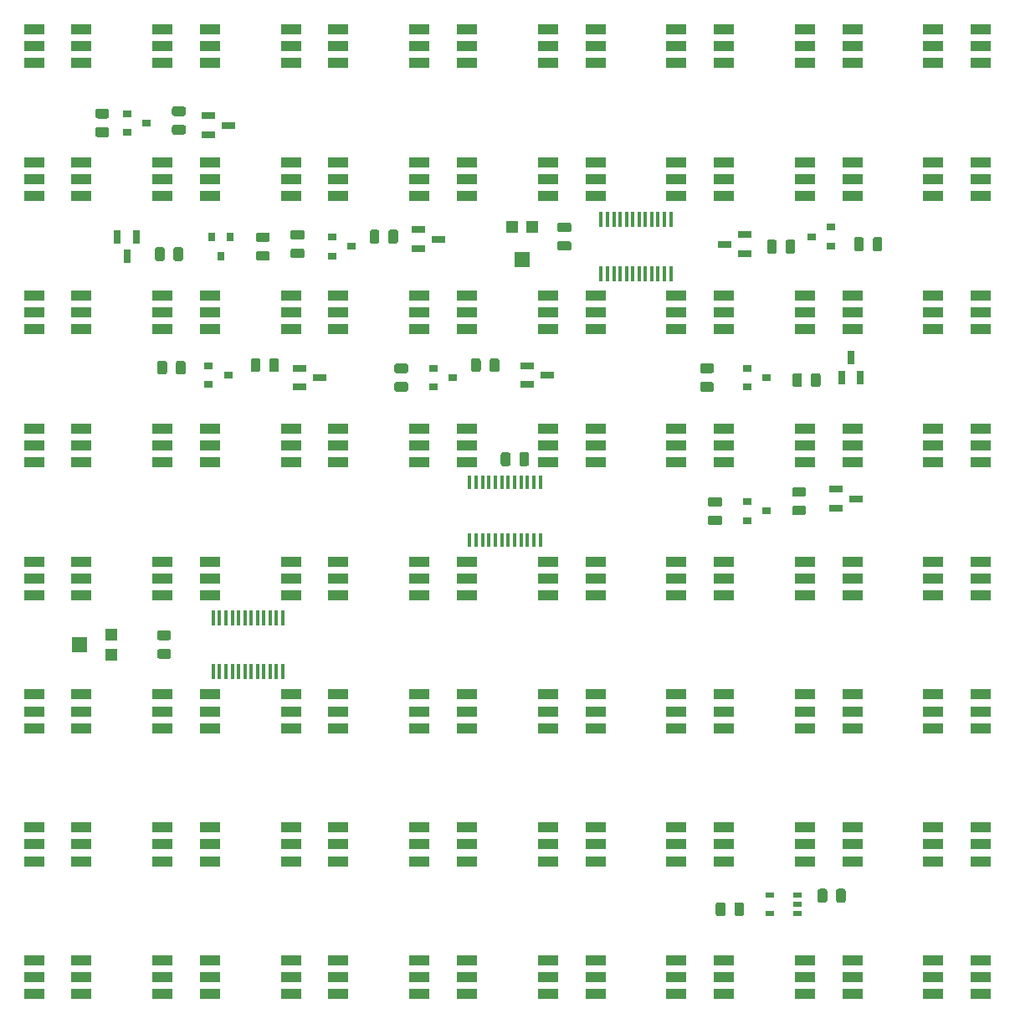
<source format=gbr>
G04 #@! TF.GenerationSoftware,KiCad,Pcbnew,(5.1.5)-3*
G04 #@! TF.CreationDate,2020-01-18T10:24:29-06:00*
G04 #@! TF.ProjectId,ledgrid,6c656467-7269-4642-9e6b-696361645f70,rev?*
G04 #@! TF.SameCoordinates,Original*
G04 #@! TF.FileFunction,Paste,Top*
G04 #@! TF.FilePolarity,Positive*
%FSLAX46Y46*%
G04 Gerber Fmt 4.6, Leading zero omitted, Abs format (unit mm)*
G04 Created by KiCad (PCBNEW (5.1.5)-3) date 2020-01-18 10:24:29*
%MOMM*%
%LPD*%
G04 APERTURE LIST*
%ADD10C,0.100000*%
%ADD11R,0.450000X1.475000*%
%ADD12R,0.440000X1.550000*%
%ADD13R,1.200000X1.200000*%
%ADD14R,1.500000X1.600000*%
%ADD15R,1.600000X1.500000*%
%ADD16R,0.900000X0.800000*%
%ADD17R,0.650000X1.350000*%
%ADD18R,1.350000X0.650000*%
%ADD19R,0.800000X0.900000*%
%ADD20R,0.900000X0.600000*%
%ADD21R,2.000000X1.100000*%
G04 APERTURE END LIST*
D10*
G36*
X155205142Y-83801174D02*
G01*
X155228803Y-83804684D01*
X155252007Y-83810496D01*
X155274529Y-83818554D01*
X155296153Y-83828782D01*
X155316670Y-83841079D01*
X155335883Y-83855329D01*
X155353607Y-83871393D01*
X155369671Y-83889117D01*
X155383921Y-83908330D01*
X155396218Y-83928847D01*
X155406446Y-83950471D01*
X155414504Y-83972993D01*
X155420316Y-83996197D01*
X155423826Y-84019858D01*
X155425000Y-84043750D01*
X155425000Y-84956250D01*
X155423826Y-84980142D01*
X155420316Y-85003803D01*
X155414504Y-85027007D01*
X155406446Y-85049529D01*
X155396218Y-85071153D01*
X155383921Y-85091670D01*
X155369671Y-85110883D01*
X155353607Y-85128607D01*
X155335883Y-85144671D01*
X155316670Y-85158921D01*
X155296153Y-85171218D01*
X155274529Y-85181446D01*
X155252007Y-85189504D01*
X155228803Y-85195316D01*
X155205142Y-85198826D01*
X155181250Y-85200000D01*
X154693750Y-85200000D01*
X154669858Y-85198826D01*
X154646197Y-85195316D01*
X154622993Y-85189504D01*
X154600471Y-85181446D01*
X154578847Y-85171218D01*
X154558330Y-85158921D01*
X154539117Y-85144671D01*
X154521393Y-85128607D01*
X154505329Y-85110883D01*
X154491079Y-85091670D01*
X154478782Y-85071153D01*
X154468554Y-85049529D01*
X154460496Y-85027007D01*
X154454684Y-85003803D01*
X154451174Y-84980142D01*
X154450000Y-84956250D01*
X154450000Y-84043750D01*
X154451174Y-84019858D01*
X154454684Y-83996197D01*
X154460496Y-83972993D01*
X154468554Y-83950471D01*
X154478782Y-83928847D01*
X154491079Y-83908330D01*
X154505329Y-83889117D01*
X154521393Y-83871393D01*
X154539117Y-83855329D01*
X154558330Y-83841079D01*
X154578847Y-83828782D01*
X154600471Y-83818554D01*
X154622993Y-83810496D01*
X154646197Y-83804684D01*
X154669858Y-83801174D01*
X154693750Y-83800000D01*
X155181250Y-83800000D01*
X155205142Y-83801174D01*
G37*
G36*
X153330142Y-83801174D02*
G01*
X153353803Y-83804684D01*
X153377007Y-83810496D01*
X153399529Y-83818554D01*
X153421153Y-83828782D01*
X153441670Y-83841079D01*
X153460883Y-83855329D01*
X153478607Y-83871393D01*
X153494671Y-83889117D01*
X153508921Y-83908330D01*
X153521218Y-83928847D01*
X153531446Y-83950471D01*
X153539504Y-83972993D01*
X153545316Y-83996197D01*
X153548826Y-84019858D01*
X153550000Y-84043750D01*
X153550000Y-84956250D01*
X153548826Y-84980142D01*
X153545316Y-85003803D01*
X153539504Y-85027007D01*
X153531446Y-85049529D01*
X153521218Y-85071153D01*
X153508921Y-85091670D01*
X153494671Y-85110883D01*
X153478607Y-85128607D01*
X153460883Y-85144671D01*
X153441670Y-85158921D01*
X153421153Y-85171218D01*
X153399529Y-85181446D01*
X153377007Y-85189504D01*
X153353803Y-85195316D01*
X153330142Y-85198826D01*
X153306250Y-85200000D01*
X152818750Y-85200000D01*
X152794858Y-85198826D01*
X152771197Y-85195316D01*
X152747993Y-85189504D01*
X152725471Y-85181446D01*
X152703847Y-85171218D01*
X152683330Y-85158921D01*
X152664117Y-85144671D01*
X152646393Y-85128607D01*
X152630329Y-85110883D01*
X152616079Y-85091670D01*
X152603782Y-85071153D01*
X152593554Y-85049529D01*
X152585496Y-85027007D01*
X152579684Y-85003803D01*
X152576174Y-84980142D01*
X152575000Y-84956250D01*
X152575000Y-84043750D01*
X152576174Y-84019858D01*
X152579684Y-83996197D01*
X152585496Y-83972993D01*
X152593554Y-83950471D01*
X152603782Y-83928847D01*
X152616079Y-83908330D01*
X152630329Y-83889117D01*
X152646393Y-83871393D01*
X152664117Y-83855329D01*
X152683330Y-83841079D01*
X152703847Y-83828782D01*
X152725471Y-83818554D01*
X152747993Y-83810496D01*
X152771197Y-83804684D01*
X152794858Y-83801174D01*
X152818750Y-83800000D01*
X153306250Y-83800000D01*
X153330142Y-83801174D01*
G37*
D11*
X149425000Y-86812000D03*
X150075000Y-86812000D03*
X150725000Y-86812000D03*
X151375000Y-86812000D03*
X152025000Y-86812000D03*
X152675000Y-86812000D03*
X153325000Y-86812000D03*
X153975000Y-86812000D03*
X154625000Y-86812000D03*
X155275000Y-86812000D03*
X155925000Y-86812000D03*
X156575000Y-86812000D03*
X156575000Y-92688000D03*
X155925000Y-92688000D03*
X155275000Y-92688000D03*
X154625000Y-92688000D03*
X153975000Y-92688000D03*
X153325000Y-92688000D03*
X152675000Y-92688000D03*
X152025000Y-92688000D03*
X151375000Y-92688000D03*
X150725000Y-92688000D03*
X150075000Y-92688000D03*
X149425000Y-92688000D03*
D12*
X123480000Y-100525000D03*
X124120000Y-100525000D03*
X124760000Y-100525000D03*
X125400000Y-100525000D03*
X126040000Y-100525000D03*
X126680000Y-100525000D03*
X127320000Y-100525000D03*
X127960000Y-100525000D03*
X128600000Y-100525000D03*
X129240000Y-100525000D03*
X129880000Y-100525000D03*
X130520000Y-100525000D03*
X130520000Y-105975000D03*
X129880000Y-105975000D03*
X129240000Y-105975000D03*
X128600000Y-105975000D03*
X127960000Y-105975000D03*
X127320000Y-105975000D03*
X126680000Y-105975000D03*
X126040000Y-105975000D03*
X125400000Y-105975000D03*
X124760000Y-105975000D03*
X124120000Y-105975000D03*
X123480000Y-105975000D03*
D13*
X113200000Y-102250000D03*
D14*
X109950000Y-103250000D03*
D13*
X113200000Y-104250000D03*
X153750000Y-61050000D03*
D15*
X154750000Y-64300000D03*
D13*
X155750000Y-61050000D03*
D10*
G36*
X173917642Y-76701174D02*
G01*
X173941303Y-76704684D01*
X173964507Y-76710496D01*
X173987029Y-76718554D01*
X174008653Y-76728782D01*
X174029170Y-76741079D01*
X174048383Y-76755329D01*
X174066107Y-76771393D01*
X174082171Y-76789117D01*
X174096421Y-76808330D01*
X174108718Y-76828847D01*
X174118946Y-76850471D01*
X174127004Y-76872993D01*
X174132816Y-76896197D01*
X174136326Y-76919858D01*
X174137500Y-76943750D01*
X174137500Y-77431250D01*
X174136326Y-77455142D01*
X174132816Y-77478803D01*
X174127004Y-77502007D01*
X174118946Y-77524529D01*
X174108718Y-77546153D01*
X174096421Y-77566670D01*
X174082171Y-77585883D01*
X174066107Y-77603607D01*
X174048383Y-77619671D01*
X174029170Y-77633921D01*
X174008653Y-77646218D01*
X173987029Y-77656446D01*
X173964507Y-77664504D01*
X173941303Y-77670316D01*
X173917642Y-77673826D01*
X173893750Y-77675000D01*
X172981250Y-77675000D01*
X172957358Y-77673826D01*
X172933697Y-77670316D01*
X172910493Y-77664504D01*
X172887971Y-77656446D01*
X172866347Y-77646218D01*
X172845830Y-77633921D01*
X172826617Y-77619671D01*
X172808893Y-77603607D01*
X172792829Y-77585883D01*
X172778579Y-77566670D01*
X172766282Y-77546153D01*
X172756054Y-77524529D01*
X172747996Y-77502007D01*
X172742184Y-77478803D01*
X172738674Y-77455142D01*
X172737500Y-77431250D01*
X172737500Y-76943750D01*
X172738674Y-76919858D01*
X172742184Y-76896197D01*
X172747996Y-76872993D01*
X172756054Y-76850471D01*
X172766282Y-76828847D01*
X172778579Y-76808330D01*
X172792829Y-76789117D01*
X172808893Y-76771393D01*
X172826617Y-76755329D01*
X172845830Y-76741079D01*
X172866347Y-76728782D01*
X172887971Y-76718554D01*
X172910493Y-76710496D01*
X172933697Y-76704684D01*
X172957358Y-76701174D01*
X172981250Y-76700000D01*
X173893750Y-76700000D01*
X173917642Y-76701174D01*
G37*
G36*
X173917642Y-74826174D02*
G01*
X173941303Y-74829684D01*
X173964507Y-74835496D01*
X173987029Y-74843554D01*
X174008653Y-74853782D01*
X174029170Y-74866079D01*
X174048383Y-74880329D01*
X174066107Y-74896393D01*
X174082171Y-74914117D01*
X174096421Y-74933330D01*
X174108718Y-74953847D01*
X174118946Y-74975471D01*
X174127004Y-74997993D01*
X174132816Y-75021197D01*
X174136326Y-75044858D01*
X174137500Y-75068750D01*
X174137500Y-75556250D01*
X174136326Y-75580142D01*
X174132816Y-75603803D01*
X174127004Y-75627007D01*
X174118946Y-75649529D01*
X174108718Y-75671153D01*
X174096421Y-75691670D01*
X174082171Y-75710883D01*
X174066107Y-75728607D01*
X174048383Y-75744671D01*
X174029170Y-75758921D01*
X174008653Y-75771218D01*
X173987029Y-75781446D01*
X173964507Y-75789504D01*
X173941303Y-75795316D01*
X173917642Y-75798826D01*
X173893750Y-75800000D01*
X172981250Y-75800000D01*
X172957358Y-75798826D01*
X172933697Y-75795316D01*
X172910493Y-75789504D01*
X172887971Y-75781446D01*
X172866347Y-75771218D01*
X172845830Y-75758921D01*
X172826617Y-75744671D01*
X172808893Y-75728607D01*
X172792829Y-75710883D01*
X172778579Y-75691670D01*
X172766282Y-75671153D01*
X172756054Y-75649529D01*
X172747996Y-75627007D01*
X172742184Y-75603803D01*
X172738674Y-75580142D01*
X172737500Y-75556250D01*
X172737500Y-75068750D01*
X172738674Y-75044858D01*
X172742184Y-75021197D01*
X172747996Y-74997993D01*
X172756054Y-74975471D01*
X172766282Y-74953847D01*
X172778579Y-74933330D01*
X172792829Y-74914117D01*
X172808893Y-74896393D01*
X172826617Y-74880329D01*
X172845830Y-74866079D01*
X172866347Y-74853782D01*
X172887971Y-74843554D01*
X172910493Y-74835496D01*
X172933697Y-74829684D01*
X172957358Y-74826174D01*
X172981250Y-74825000D01*
X173893750Y-74825000D01*
X173917642Y-74826174D01*
G37*
G36*
X182830142Y-75801174D02*
G01*
X182853803Y-75804684D01*
X182877007Y-75810496D01*
X182899529Y-75818554D01*
X182921153Y-75828782D01*
X182941670Y-75841079D01*
X182960883Y-75855329D01*
X182978607Y-75871393D01*
X182994671Y-75889117D01*
X183008921Y-75908330D01*
X183021218Y-75928847D01*
X183031446Y-75950471D01*
X183039504Y-75972993D01*
X183045316Y-75996197D01*
X183048826Y-76019858D01*
X183050000Y-76043750D01*
X183050000Y-76956250D01*
X183048826Y-76980142D01*
X183045316Y-77003803D01*
X183039504Y-77027007D01*
X183031446Y-77049529D01*
X183021218Y-77071153D01*
X183008921Y-77091670D01*
X182994671Y-77110883D01*
X182978607Y-77128607D01*
X182960883Y-77144671D01*
X182941670Y-77158921D01*
X182921153Y-77171218D01*
X182899529Y-77181446D01*
X182877007Y-77189504D01*
X182853803Y-77195316D01*
X182830142Y-77198826D01*
X182806250Y-77200000D01*
X182318750Y-77200000D01*
X182294858Y-77198826D01*
X182271197Y-77195316D01*
X182247993Y-77189504D01*
X182225471Y-77181446D01*
X182203847Y-77171218D01*
X182183330Y-77158921D01*
X182164117Y-77144671D01*
X182146393Y-77128607D01*
X182130329Y-77110883D01*
X182116079Y-77091670D01*
X182103782Y-77071153D01*
X182093554Y-77049529D01*
X182085496Y-77027007D01*
X182079684Y-77003803D01*
X182076174Y-76980142D01*
X182075000Y-76956250D01*
X182075000Y-76043750D01*
X182076174Y-76019858D01*
X182079684Y-75996197D01*
X182085496Y-75972993D01*
X182093554Y-75950471D01*
X182103782Y-75928847D01*
X182116079Y-75908330D01*
X182130329Y-75889117D01*
X182146393Y-75871393D01*
X182164117Y-75855329D01*
X182183330Y-75841079D01*
X182203847Y-75828782D01*
X182225471Y-75818554D01*
X182247993Y-75810496D01*
X182271197Y-75804684D01*
X182294858Y-75801174D01*
X182318750Y-75800000D01*
X182806250Y-75800000D01*
X182830142Y-75801174D01*
G37*
G36*
X184705142Y-75801174D02*
G01*
X184728803Y-75804684D01*
X184752007Y-75810496D01*
X184774529Y-75818554D01*
X184796153Y-75828782D01*
X184816670Y-75841079D01*
X184835883Y-75855329D01*
X184853607Y-75871393D01*
X184869671Y-75889117D01*
X184883921Y-75908330D01*
X184896218Y-75928847D01*
X184906446Y-75950471D01*
X184914504Y-75972993D01*
X184920316Y-75996197D01*
X184923826Y-76019858D01*
X184925000Y-76043750D01*
X184925000Y-76956250D01*
X184923826Y-76980142D01*
X184920316Y-77003803D01*
X184914504Y-77027007D01*
X184906446Y-77049529D01*
X184896218Y-77071153D01*
X184883921Y-77091670D01*
X184869671Y-77110883D01*
X184853607Y-77128607D01*
X184835883Y-77144671D01*
X184816670Y-77158921D01*
X184796153Y-77171218D01*
X184774529Y-77181446D01*
X184752007Y-77189504D01*
X184728803Y-77195316D01*
X184705142Y-77198826D01*
X184681250Y-77200000D01*
X184193750Y-77200000D01*
X184169858Y-77198826D01*
X184146197Y-77195316D01*
X184122993Y-77189504D01*
X184100471Y-77181446D01*
X184078847Y-77171218D01*
X184058330Y-77158921D01*
X184039117Y-77144671D01*
X184021393Y-77128607D01*
X184005329Y-77110883D01*
X183991079Y-77091670D01*
X183978782Y-77071153D01*
X183968554Y-77049529D01*
X183960496Y-77027007D01*
X183954684Y-77003803D01*
X183951174Y-76980142D01*
X183950000Y-76956250D01*
X183950000Y-76043750D01*
X183951174Y-76019858D01*
X183954684Y-75996197D01*
X183960496Y-75972993D01*
X183968554Y-75950471D01*
X183978782Y-75928847D01*
X183991079Y-75908330D01*
X184005329Y-75889117D01*
X184021393Y-75871393D01*
X184039117Y-75855329D01*
X184058330Y-75841079D01*
X184078847Y-75828782D01*
X184100471Y-75818554D01*
X184122993Y-75810496D01*
X184146197Y-75804684D01*
X184169858Y-75801174D01*
X184193750Y-75800000D01*
X184681250Y-75800000D01*
X184705142Y-75801174D01*
G37*
G36*
X142980142Y-76701174D02*
G01*
X143003803Y-76704684D01*
X143027007Y-76710496D01*
X143049529Y-76718554D01*
X143071153Y-76728782D01*
X143091670Y-76741079D01*
X143110883Y-76755329D01*
X143128607Y-76771393D01*
X143144671Y-76789117D01*
X143158921Y-76808330D01*
X143171218Y-76828847D01*
X143181446Y-76850471D01*
X143189504Y-76872993D01*
X143195316Y-76896197D01*
X143198826Y-76919858D01*
X143200000Y-76943750D01*
X143200000Y-77431250D01*
X143198826Y-77455142D01*
X143195316Y-77478803D01*
X143189504Y-77502007D01*
X143181446Y-77524529D01*
X143171218Y-77546153D01*
X143158921Y-77566670D01*
X143144671Y-77585883D01*
X143128607Y-77603607D01*
X143110883Y-77619671D01*
X143091670Y-77633921D01*
X143071153Y-77646218D01*
X143049529Y-77656446D01*
X143027007Y-77664504D01*
X143003803Y-77670316D01*
X142980142Y-77673826D01*
X142956250Y-77675000D01*
X142043750Y-77675000D01*
X142019858Y-77673826D01*
X141996197Y-77670316D01*
X141972993Y-77664504D01*
X141950471Y-77656446D01*
X141928847Y-77646218D01*
X141908330Y-77633921D01*
X141889117Y-77619671D01*
X141871393Y-77603607D01*
X141855329Y-77585883D01*
X141841079Y-77566670D01*
X141828782Y-77546153D01*
X141818554Y-77524529D01*
X141810496Y-77502007D01*
X141804684Y-77478803D01*
X141801174Y-77455142D01*
X141800000Y-77431250D01*
X141800000Y-76943750D01*
X141801174Y-76919858D01*
X141804684Y-76896197D01*
X141810496Y-76872993D01*
X141818554Y-76850471D01*
X141828782Y-76828847D01*
X141841079Y-76808330D01*
X141855329Y-76789117D01*
X141871393Y-76771393D01*
X141889117Y-76755329D01*
X141908330Y-76741079D01*
X141928847Y-76728782D01*
X141950471Y-76718554D01*
X141972993Y-76710496D01*
X141996197Y-76704684D01*
X142019858Y-76701174D01*
X142043750Y-76700000D01*
X142956250Y-76700000D01*
X142980142Y-76701174D01*
G37*
G36*
X142980142Y-74826174D02*
G01*
X143003803Y-74829684D01*
X143027007Y-74835496D01*
X143049529Y-74843554D01*
X143071153Y-74853782D01*
X143091670Y-74866079D01*
X143110883Y-74880329D01*
X143128607Y-74896393D01*
X143144671Y-74914117D01*
X143158921Y-74933330D01*
X143171218Y-74953847D01*
X143181446Y-74975471D01*
X143189504Y-74997993D01*
X143195316Y-75021197D01*
X143198826Y-75044858D01*
X143200000Y-75068750D01*
X143200000Y-75556250D01*
X143198826Y-75580142D01*
X143195316Y-75603803D01*
X143189504Y-75627007D01*
X143181446Y-75649529D01*
X143171218Y-75671153D01*
X143158921Y-75691670D01*
X143144671Y-75710883D01*
X143128607Y-75728607D01*
X143110883Y-75744671D01*
X143091670Y-75758921D01*
X143071153Y-75771218D01*
X143049529Y-75781446D01*
X143027007Y-75789504D01*
X143003803Y-75795316D01*
X142980142Y-75798826D01*
X142956250Y-75800000D01*
X142043750Y-75800000D01*
X142019858Y-75798826D01*
X141996197Y-75795316D01*
X141972993Y-75789504D01*
X141950471Y-75781446D01*
X141928847Y-75771218D01*
X141908330Y-75758921D01*
X141889117Y-75744671D01*
X141871393Y-75728607D01*
X141855329Y-75710883D01*
X141841079Y-75691670D01*
X141828782Y-75671153D01*
X141818554Y-75649529D01*
X141810496Y-75627007D01*
X141804684Y-75603803D01*
X141801174Y-75580142D01*
X141800000Y-75556250D01*
X141800000Y-75068750D01*
X141801174Y-75044858D01*
X141804684Y-75021197D01*
X141810496Y-74997993D01*
X141818554Y-74975471D01*
X141828782Y-74953847D01*
X141841079Y-74933330D01*
X141855329Y-74914117D01*
X141871393Y-74896393D01*
X141889117Y-74880329D01*
X141908330Y-74866079D01*
X141928847Y-74853782D01*
X141950471Y-74843554D01*
X141972993Y-74835496D01*
X141996197Y-74829684D01*
X142019858Y-74826174D01*
X142043750Y-74825000D01*
X142956250Y-74825000D01*
X142980142Y-74826174D01*
G37*
G36*
X150330142Y-74301174D02*
G01*
X150353803Y-74304684D01*
X150377007Y-74310496D01*
X150399529Y-74318554D01*
X150421153Y-74328782D01*
X150441670Y-74341079D01*
X150460883Y-74355329D01*
X150478607Y-74371393D01*
X150494671Y-74389117D01*
X150508921Y-74408330D01*
X150521218Y-74428847D01*
X150531446Y-74450471D01*
X150539504Y-74472993D01*
X150545316Y-74496197D01*
X150548826Y-74519858D01*
X150550000Y-74543750D01*
X150550000Y-75456250D01*
X150548826Y-75480142D01*
X150545316Y-75503803D01*
X150539504Y-75527007D01*
X150531446Y-75549529D01*
X150521218Y-75571153D01*
X150508921Y-75591670D01*
X150494671Y-75610883D01*
X150478607Y-75628607D01*
X150460883Y-75644671D01*
X150441670Y-75658921D01*
X150421153Y-75671218D01*
X150399529Y-75681446D01*
X150377007Y-75689504D01*
X150353803Y-75695316D01*
X150330142Y-75698826D01*
X150306250Y-75700000D01*
X149818750Y-75700000D01*
X149794858Y-75698826D01*
X149771197Y-75695316D01*
X149747993Y-75689504D01*
X149725471Y-75681446D01*
X149703847Y-75671218D01*
X149683330Y-75658921D01*
X149664117Y-75644671D01*
X149646393Y-75628607D01*
X149630329Y-75610883D01*
X149616079Y-75591670D01*
X149603782Y-75571153D01*
X149593554Y-75549529D01*
X149585496Y-75527007D01*
X149579684Y-75503803D01*
X149576174Y-75480142D01*
X149575000Y-75456250D01*
X149575000Y-74543750D01*
X149576174Y-74519858D01*
X149579684Y-74496197D01*
X149585496Y-74472993D01*
X149593554Y-74450471D01*
X149603782Y-74428847D01*
X149616079Y-74408330D01*
X149630329Y-74389117D01*
X149646393Y-74371393D01*
X149664117Y-74355329D01*
X149683330Y-74341079D01*
X149703847Y-74328782D01*
X149725471Y-74318554D01*
X149747993Y-74310496D01*
X149771197Y-74304684D01*
X149794858Y-74301174D01*
X149818750Y-74300000D01*
X150306250Y-74300000D01*
X150330142Y-74301174D01*
G37*
G36*
X152205142Y-74301174D02*
G01*
X152228803Y-74304684D01*
X152252007Y-74310496D01*
X152274529Y-74318554D01*
X152296153Y-74328782D01*
X152316670Y-74341079D01*
X152335883Y-74355329D01*
X152353607Y-74371393D01*
X152369671Y-74389117D01*
X152383921Y-74408330D01*
X152396218Y-74428847D01*
X152406446Y-74450471D01*
X152414504Y-74472993D01*
X152420316Y-74496197D01*
X152423826Y-74519858D01*
X152425000Y-74543750D01*
X152425000Y-75456250D01*
X152423826Y-75480142D01*
X152420316Y-75503803D01*
X152414504Y-75527007D01*
X152406446Y-75549529D01*
X152396218Y-75571153D01*
X152383921Y-75591670D01*
X152369671Y-75610883D01*
X152353607Y-75628607D01*
X152335883Y-75644671D01*
X152316670Y-75658921D01*
X152296153Y-75671218D01*
X152274529Y-75681446D01*
X152252007Y-75689504D01*
X152228803Y-75695316D01*
X152205142Y-75698826D01*
X152181250Y-75700000D01*
X151693750Y-75700000D01*
X151669858Y-75698826D01*
X151646197Y-75695316D01*
X151622993Y-75689504D01*
X151600471Y-75681446D01*
X151578847Y-75671218D01*
X151558330Y-75658921D01*
X151539117Y-75644671D01*
X151521393Y-75628607D01*
X151505329Y-75610883D01*
X151491079Y-75591670D01*
X151478782Y-75571153D01*
X151468554Y-75549529D01*
X151460496Y-75527007D01*
X151454684Y-75503803D01*
X151451174Y-75480142D01*
X151450000Y-75456250D01*
X151450000Y-74543750D01*
X151451174Y-74519858D01*
X151454684Y-74496197D01*
X151460496Y-74472993D01*
X151468554Y-74450471D01*
X151478782Y-74428847D01*
X151491079Y-74408330D01*
X151505329Y-74389117D01*
X151521393Y-74371393D01*
X151539117Y-74355329D01*
X151558330Y-74341079D01*
X151578847Y-74328782D01*
X151600471Y-74318554D01*
X151622993Y-74310496D01*
X151646197Y-74304684D01*
X151669858Y-74301174D01*
X151693750Y-74300000D01*
X152181250Y-74300000D01*
X152205142Y-74301174D01*
G37*
G36*
X174730142Y-90201174D02*
G01*
X174753803Y-90204684D01*
X174777007Y-90210496D01*
X174799529Y-90218554D01*
X174821153Y-90228782D01*
X174841670Y-90241079D01*
X174860883Y-90255329D01*
X174878607Y-90271393D01*
X174894671Y-90289117D01*
X174908921Y-90308330D01*
X174921218Y-90328847D01*
X174931446Y-90350471D01*
X174939504Y-90372993D01*
X174945316Y-90396197D01*
X174948826Y-90419858D01*
X174950000Y-90443750D01*
X174950000Y-90931250D01*
X174948826Y-90955142D01*
X174945316Y-90978803D01*
X174939504Y-91002007D01*
X174931446Y-91024529D01*
X174921218Y-91046153D01*
X174908921Y-91066670D01*
X174894671Y-91085883D01*
X174878607Y-91103607D01*
X174860883Y-91119671D01*
X174841670Y-91133921D01*
X174821153Y-91146218D01*
X174799529Y-91156446D01*
X174777007Y-91164504D01*
X174753803Y-91170316D01*
X174730142Y-91173826D01*
X174706250Y-91175000D01*
X173793750Y-91175000D01*
X173769858Y-91173826D01*
X173746197Y-91170316D01*
X173722993Y-91164504D01*
X173700471Y-91156446D01*
X173678847Y-91146218D01*
X173658330Y-91133921D01*
X173639117Y-91119671D01*
X173621393Y-91103607D01*
X173605329Y-91085883D01*
X173591079Y-91066670D01*
X173578782Y-91046153D01*
X173568554Y-91024529D01*
X173560496Y-91002007D01*
X173554684Y-90978803D01*
X173551174Y-90955142D01*
X173550000Y-90931250D01*
X173550000Y-90443750D01*
X173551174Y-90419858D01*
X173554684Y-90396197D01*
X173560496Y-90372993D01*
X173568554Y-90350471D01*
X173578782Y-90328847D01*
X173591079Y-90308330D01*
X173605329Y-90289117D01*
X173621393Y-90271393D01*
X173639117Y-90255329D01*
X173658330Y-90241079D01*
X173678847Y-90228782D01*
X173700471Y-90218554D01*
X173722993Y-90210496D01*
X173746197Y-90204684D01*
X173769858Y-90201174D01*
X173793750Y-90200000D01*
X174706250Y-90200000D01*
X174730142Y-90201174D01*
G37*
G36*
X174730142Y-88326174D02*
G01*
X174753803Y-88329684D01*
X174777007Y-88335496D01*
X174799529Y-88343554D01*
X174821153Y-88353782D01*
X174841670Y-88366079D01*
X174860883Y-88380329D01*
X174878607Y-88396393D01*
X174894671Y-88414117D01*
X174908921Y-88433330D01*
X174921218Y-88453847D01*
X174931446Y-88475471D01*
X174939504Y-88497993D01*
X174945316Y-88521197D01*
X174948826Y-88544858D01*
X174950000Y-88568750D01*
X174950000Y-89056250D01*
X174948826Y-89080142D01*
X174945316Y-89103803D01*
X174939504Y-89127007D01*
X174931446Y-89149529D01*
X174921218Y-89171153D01*
X174908921Y-89191670D01*
X174894671Y-89210883D01*
X174878607Y-89228607D01*
X174860883Y-89244671D01*
X174841670Y-89258921D01*
X174821153Y-89271218D01*
X174799529Y-89281446D01*
X174777007Y-89289504D01*
X174753803Y-89295316D01*
X174730142Y-89298826D01*
X174706250Y-89300000D01*
X173793750Y-89300000D01*
X173769858Y-89298826D01*
X173746197Y-89295316D01*
X173722993Y-89289504D01*
X173700471Y-89281446D01*
X173678847Y-89271218D01*
X173658330Y-89258921D01*
X173639117Y-89244671D01*
X173621393Y-89228607D01*
X173605329Y-89210883D01*
X173591079Y-89191670D01*
X173578782Y-89171153D01*
X173568554Y-89149529D01*
X173560496Y-89127007D01*
X173554684Y-89103803D01*
X173551174Y-89080142D01*
X173550000Y-89056250D01*
X173550000Y-88568750D01*
X173551174Y-88544858D01*
X173554684Y-88521197D01*
X173560496Y-88497993D01*
X173568554Y-88475471D01*
X173578782Y-88453847D01*
X173591079Y-88433330D01*
X173605329Y-88414117D01*
X173621393Y-88396393D01*
X173639117Y-88380329D01*
X173658330Y-88366079D01*
X173678847Y-88353782D01*
X173700471Y-88343554D01*
X173722993Y-88335496D01*
X173746197Y-88329684D01*
X173769858Y-88326174D01*
X173793750Y-88325000D01*
X174706250Y-88325000D01*
X174730142Y-88326174D01*
G37*
G36*
X183230142Y-89201174D02*
G01*
X183253803Y-89204684D01*
X183277007Y-89210496D01*
X183299529Y-89218554D01*
X183321153Y-89228782D01*
X183341670Y-89241079D01*
X183360883Y-89255329D01*
X183378607Y-89271393D01*
X183394671Y-89289117D01*
X183408921Y-89308330D01*
X183421218Y-89328847D01*
X183431446Y-89350471D01*
X183439504Y-89372993D01*
X183445316Y-89396197D01*
X183448826Y-89419858D01*
X183450000Y-89443750D01*
X183450000Y-89931250D01*
X183448826Y-89955142D01*
X183445316Y-89978803D01*
X183439504Y-90002007D01*
X183431446Y-90024529D01*
X183421218Y-90046153D01*
X183408921Y-90066670D01*
X183394671Y-90085883D01*
X183378607Y-90103607D01*
X183360883Y-90119671D01*
X183341670Y-90133921D01*
X183321153Y-90146218D01*
X183299529Y-90156446D01*
X183277007Y-90164504D01*
X183253803Y-90170316D01*
X183230142Y-90173826D01*
X183206250Y-90175000D01*
X182293750Y-90175000D01*
X182269858Y-90173826D01*
X182246197Y-90170316D01*
X182222993Y-90164504D01*
X182200471Y-90156446D01*
X182178847Y-90146218D01*
X182158330Y-90133921D01*
X182139117Y-90119671D01*
X182121393Y-90103607D01*
X182105329Y-90085883D01*
X182091079Y-90066670D01*
X182078782Y-90046153D01*
X182068554Y-90024529D01*
X182060496Y-90002007D01*
X182054684Y-89978803D01*
X182051174Y-89955142D01*
X182050000Y-89931250D01*
X182050000Y-89443750D01*
X182051174Y-89419858D01*
X182054684Y-89396197D01*
X182060496Y-89372993D01*
X182068554Y-89350471D01*
X182078782Y-89328847D01*
X182091079Y-89308330D01*
X182105329Y-89289117D01*
X182121393Y-89271393D01*
X182139117Y-89255329D01*
X182158330Y-89241079D01*
X182178847Y-89228782D01*
X182200471Y-89218554D01*
X182222993Y-89210496D01*
X182246197Y-89204684D01*
X182269858Y-89201174D01*
X182293750Y-89200000D01*
X183206250Y-89200000D01*
X183230142Y-89201174D01*
G37*
G36*
X183230142Y-87326174D02*
G01*
X183253803Y-87329684D01*
X183277007Y-87335496D01*
X183299529Y-87343554D01*
X183321153Y-87353782D01*
X183341670Y-87366079D01*
X183360883Y-87380329D01*
X183378607Y-87396393D01*
X183394671Y-87414117D01*
X183408921Y-87433330D01*
X183421218Y-87453847D01*
X183431446Y-87475471D01*
X183439504Y-87497993D01*
X183445316Y-87521197D01*
X183448826Y-87544858D01*
X183450000Y-87568750D01*
X183450000Y-88056250D01*
X183448826Y-88080142D01*
X183445316Y-88103803D01*
X183439504Y-88127007D01*
X183431446Y-88149529D01*
X183421218Y-88171153D01*
X183408921Y-88191670D01*
X183394671Y-88210883D01*
X183378607Y-88228607D01*
X183360883Y-88244671D01*
X183341670Y-88258921D01*
X183321153Y-88271218D01*
X183299529Y-88281446D01*
X183277007Y-88289504D01*
X183253803Y-88295316D01*
X183230142Y-88298826D01*
X183206250Y-88300000D01*
X182293750Y-88300000D01*
X182269858Y-88298826D01*
X182246197Y-88295316D01*
X182222993Y-88289504D01*
X182200471Y-88281446D01*
X182178847Y-88271218D01*
X182158330Y-88258921D01*
X182139117Y-88244671D01*
X182121393Y-88228607D01*
X182105329Y-88210883D01*
X182091079Y-88191670D01*
X182078782Y-88171153D01*
X182068554Y-88149529D01*
X182060496Y-88127007D01*
X182054684Y-88103803D01*
X182051174Y-88080142D01*
X182050000Y-88056250D01*
X182050000Y-87568750D01*
X182051174Y-87544858D01*
X182054684Y-87521197D01*
X182060496Y-87497993D01*
X182068554Y-87475471D01*
X182078782Y-87453847D01*
X182091079Y-87433330D01*
X182105329Y-87414117D01*
X182121393Y-87396393D01*
X182139117Y-87380329D01*
X182158330Y-87366079D01*
X182178847Y-87353782D01*
X182200471Y-87343554D01*
X182222993Y-87335496D01*
X182246197Y-87329684D01*
X182269858Y-87326174D01*
X182293750Y-87325000D01*
X183206250Y-87325000D01*
X183230142Y-87326174D01*
G37*
G36*
X132480142Y-63201174D02*
G01*
X132503803Y-63204684D01*
X132527007Y-63210496D01*
X132549529Y-63218554D01*
X132571153Y-63228782D01*
X132591670Y-63241079D01*
X132610883Y-63255329D01*
X132628607Y-63271393D01*
X132644671Y-63289117D01*
X132658921Y-63308330D01*
X132671218Y-63328847D01*
X132681446Y-63350471D01*
X132689504Y-63372993D01*
X132695316Y-63396197D01*
X132698826Y-63419858D01*
X132700000Y-63443750D01*
X132700000Y-63931250D01*
X132698826Y-63955142D01*
X132695316Y-63978803D01*
X132689504Y-64002007D01*
X132681446Y-64024529D01*
X132671218Y-64046153D01*
X132658921Y-64066670D01*
X132644671Y-64085883D01*
X132628607Y-64103607D01*
X132610883Y-64119671D01*
X132591670Y-64133921D01*
X132571153Y-64146218D01*
X132549529Y-64156446D01*
X132527007Y-64164504D01*
X132503803Y-64170316D01*
X132480142Y-64173826D01*
X132456250Y-64175000D01*
X131543750Y-64175000D01*
X131519858Y-64173826D01*
X131496197Y-64170316D01*
X131472993Y-64164504D01*
X131450471Y-64156446D01*
X131428847Y-64146218D01*
X131408330Y-64133921D01*
X131389117Y-64119671D01*
X131371393Y-64103607D01*
X131355329Y-64085883D01*
X131341079Y-64066670D01*
X131328782Y-64046153D01*
X131318554Y-64024529D01*
X131310496Y-64002007D01*
X131304684Y-63978803D01*
X131301174Y-63955142D01*
X131300000Y-63931250D01*
X131300000Y-63443750D01*
X131301174Y-63419858D01*
X131304684Y-63396197D01*
X131310496Y-63372993D01*
X131318554Y-63350471D01*
X131328782Y-63328847D01*
X131341079Y-63308330D01*
X131355329Y-63289117D01*
X131371393Y-63271393D01*
X131389117Y-63255329D01*
X131408330Y-63241079D01*
X131428847Y-63228782D01*
X131450471Y-63218554D01*
X131472993Y-63210496D01*
X131496197Y-63204684D01*
X131519858Y-63201174D01*
X131543750Y-63200000D01*
X132456250Y-63200000D01*
X132480142Y-63201174D01*
G37*
G36*
X132480142Y-61326174D02*
G01*
X132503803Y-61329684D01*
X132527007Y-61335496D01*
X132549529Y-61343554D01*
X132571153Y-61353782D01*
X132591670Y-61366079D01*
X132610883Y-61380329D01*
X132628607Y-61396393D01*
X132644671Y-61414117D01*
X132658921Y-61433330D01*
X132671218Y-61453847D01*
X132681446Y-61475471D01*
X132689504Y-61497993D01*
X132695316Y-61521197D01*
X132698826Y-61544858D01*
X132700000Y-61568750D01*
X132700000Y-62056250D01*
X132698826Y-62080142D01*
X132695316Y-62103803D01*
X132689504Y-62127007D01*
X132681446Y-62149529D01*
X132671218Y-62171153D01*
X132658921Y-62191670D01*
X132644671Y-62210883D01*
X132628607Y-62228607D01*
X132610883Y-62244671D01*
X132591670Y-62258921D01*
X132571153Y-62271218D01*
X132549529Y-62281446D01*
X132527007Y-62289504D01*
X132503803Y-62295316D01*
X132480142Y-62298826D01*
X132456250Y-62300000D01*
X131543750Y-62300000D01*
X131519858Y-62298826D01*
X131496197Y-62295316D01*
X131472993Y-62289504D01*
X131450471Y-62281446D01*
X131428847Y-62271218D01*
X131408330Y-62258921D01*
X131389117Y-62244671D01*
X131371393Y-62228607D01*
X131355329Y-62210883D01*
X131341079Y-62191670D01*
X131328782Y-62171153D01*
X131318554Y-62149529D01*
X131310496Y-62127007D01*
X131304684Y-62103803D01*
X131301174Y-62080142D01*
X131300000Y-62056250D01*
X131300000Y-61568750D01*
X131301174Y-61544858D01*
X131304684Y-61521197D01*
X131310496Y-61497993D01*
X131318554Y-61475471D01*
X131328782Y-61453847D01*
X131341079Y-61433330D01*
X131355329Y-61414117D01*
X131371393Y-61396393D01*
X131389117Y-61380329D01*
X131408330Y-61366079D01*
X131428847Y-61353782D01*
X131450471Y-61343554D01*
X131472993Y-61335496D01*
X131496197Y-61329684D01*
X131519858Y-61326174D01*
X131543750Y-61325000D01*
X132456250Y-61325000D01*
X132480142Y-61326174D01*
G37*
G36*
X140080142Y-61301174D02*
G01*
X140103803Y-61304684D01*
X140127007Y-61310496D01*
X140149529Y-61318554D01*
X140171153Y-61328782D01*
X140191670Y-61341079D01*
X140210883Y-61355329D01*
X140228607Y-61371393D01*
X140244671Y-61389117D01*
X140258921Y-61408330D01*
X140271218Y-61428847D01*
X140281446Y-61450471D01*
X140289504Y-61472993D01*
X140295316Y-61496197D01*
X140298826Y-61519858D01*
X140300000Y-61543750D01*
X140300000Y-62456250D01*
X140298826Y-62480142D01*
X140295316Y-62503803D01*
X140289504Y-62527007D01*
X140281446Y-62549529D01*
X140271218Y-62571153D01*
X140258921Y-62591670D01*
X140244671Y-62610883D01*
X140228607Y-62628607D01*
X140210883Y-62644671D01*
X140191670Y-62658921D01*
X140171153Y-62671218D01*
X140149529Y-62681446D01*
X140127007Y-62689504D01*
X140103803Y-62695316D01*
X140080142Y-62698826D01*
X140056250Y-62700000D01*
X139568750Y-62700000D01*
X139544858Y-62698826D01*
X139521197Y-62695316D01*
X139497993Y-62689504D01*
X139475471Y-62681446D01*
X139453847Y-62671218D01*
X139433330Y-62658921D01*
X139414117Y-62644671D01*
X139396393Y-62628607D01*
X139380329Y-62610883D01*
X139366079Y-62591670D01*
X139353782Y-62571153D01*
X139343554Y-62549529D01*
X139335496Y-62527007D01*
X139329684Y-62503803D01*
X139326174Y-62480142D01*
X139325000Y-62456250D01*
X139325000Y-61543750D01*
X139326174Y-61519858D01*
X139329684Y-61496197D01*
X139335496Y-61472993D01*
X139343554Y-61450471D01*
X139353782Y-61428847D01*
X139366079Y-61408330D01*
X139380329Y-61389117D01*
X139396393Y-61371393D01*
X139414117Y-61355329D01*
X139433330Y-61341079D01*
X139453847Y-61328782D01*
X139475471Y-61318554D01*
X139497993Y-61310496D01*
X139521197Y-61304684D01*
X139544858Y-61301174D01*
X139568750Y-61300000D01*
X140056250Y-61300000D01*
X140080142Y-61301174D01*
G37*
G36*
X141955142Y-61301174D02*
G01*
X141978803Y-61304684D01*
X142002007Y-61310496D01*
X142024529Y-61318554D01*
X142046153Y-61328782D01*
X142066670Y-61341079D01*
X142085883Y-61355329D01*
X142103607Y-61371393D01*
X142119671Y-61389117D01*
X142133921Y-61408330D01*
X142146218Y-61428847D01*
X142156446Y-61450471D01*
X142164504Y-61472993D01*
X142170316Y-61496197D01*
X142173826Y-61519858D01*
X142175000Y-61543750D01*
X142175000Y-62456250D01*
X142173826Y-62480142D01*
X142170316Y-62503803D01*
X142164504Y-62527007D01*
X142156446Y-62549529D01*
X142146218Y-62571153D01*
X142133921Y-62591670D01*
X142119671Y-62610883D01*
X142103607Y-62628607D01*
X142085883Y-62644671D01*
X142066670Y-62658921D01*
X142046153Y-62671218D01*
X142024529Y-62681446D01*
X142002007Y-62689504D01*
X141978803Y-62695316D01*
X141955142Y-62698826D01*
X141931250Y-62700000D01*
X141443750Y-62700000D01*
X141419858Y-62698826D01*
X141396197Y-62695316D01*
X141372993Y-62689504D01*
X141350471Y-62681446D01*
X141328847Y-62671218D01*
X141308330Y-62658921D01*
X141289117Y-62644671D01*
X141271393Y-62628607D01*
X141255329Y-62610883D01*
X141241079Y-62591670D01*
X141228782Y-62571153D01*
X141218554Y-62549529D01*
X141210496Y-62527007D01*
X141204684Y-62503803D01*
X141201174Y-62480142D01*
X141200000Y-62456250D01*
X141200000Y-61543750D01*
X141201174Y-61519858D01*
X141204684Y-61496197D01*
X141210496Y-61472993D01*
X141218554Y-61450471D01*
X141228782Y-61428847D01*
X141241079Y-61408330D01*
X141255329Y-61389117D01*
X141271393Y-61371393D01*
X141289117Y-61355329D01*
X141308330Y-61341079D01*
X141328847Y-61328782D01*
X141350471Y-61318554D01*
X141372993Y-61310496D01*
X141396197Y-61304684D01*
X141419858Y-61301174D01*
X141443750Y-61300000D01*
X141931250Y-61300000D01*
X141955142Y-61301174D01*
G37*
G36*
X112730142Y-50951174D02*
G01*
X112753803Y-50954684D01*
X112777007Y-50960496D01*
X112799529Y-50968554D01*
X112821153Y-50978782D01*
X112841670Y-50991079D01*
X112860883Y-51005329D01*
X112878607Y-51021393D01*
X112894671Y-51039117D01*
X112908921Y-51058330D01*
X112921218Y-51078847D01*
X112931446Y-51100471D01*
X112939504Y-51122993D01*
X112945316Y-51146197D01*
X112948826Y-51169858D01*
X112950000Y-51193750D01*
X112950000Y-51681250D01*
X112948826Y-51705142D01*
X112945316Y-51728803D01*
X112939504Y-51752007D01*
X112931446Y-51774529D01*
X112921218Y-51796153D01*
X112908921Y-51816670D01*
X112894671Y-51835883D01*
X112878607Y-51853607D01*
X112860883Y-51869671D01*
X112841670Y-51883921D01*
X112821153Y-51896218D01*
X112799529Y-51906446D01*
X112777007Y-51914504D01*
X112753803Y-51920316D01*
X112730142Y-51923826D01*
X112706250Y-51925000D01*
X111793750Y-51925000D01*
X111769858Y-51923826D01*
X111746197Y-51920316D01*
X111722993Y-51914504D01*
X111700471Y-51906446D01*
X111678847Y-51896218D01*
X111658330Y-51883921D01*
X111639117Y-51869671D01*
X111621393Y-51853607D01*
X111605329Y-51835883D01*
X111591079Y-51816670D01*
X111578782Y-51796153D01*
X111568554Y-51774529D01*
X111560496Y-51752007D01*
X111554684Y-51728803D01*
X111551174Y-51705142D01*
X111550000Y-51681250D01*
X111550000Y-51193750D01*
X111551174Y-51169858D01*
X111554684Y-51146197D01*
X111560496Y-51122993D01*
X111568554Y-51100471D01*
X111578782Y-51078847D01*
X111591079Y-51058330D01*
X111605329Y-51039117D01*
X111621393Y-51021393D01*
X111639117Y-51005329D01*
X111658330Y-50991079D01*
X111678847Y-50978782D01*
X111700471Y-50968554D01*
X111722993Y-50960496D01*
X111746197Y-50954684D01*
X111769858Y-50951174D01*
X111793750Y-50950000D01*
X112706250Y-50950000D01*
X112730142Y-50951174D01*
G37*
G36*
X112730142Y-49076174D02*
G01*
X112753803Y-49079684D01*
X112777007Y-49085496D01*
X112799529Y-49093554D01*
X112821153Y-49103782D01*
X112841670Y-49116079D01*
X112860883Y-49130329D01*
X112878607Y-49146393D01*
X112894671Y-49164117D01*
X112908921Y-49183330D01*
X112921218Y-49203847D01*
X112931446Y-49225471D01*
X112939504Y-49247993D01*
X112945316Y-49271197D01*
X112948826Y-49294858D01*
X112950000Y-49318750D01*
X112950000Y-49806250D01*
X112948826Y-49830142D01*
X112945316Y-49853803D01*
X112939504Y-49877007D01*
X112931446Y-49899529D01*
X112921218Y-49921153D01*
X112908921Y-49941670D01*
X112894671Y-49960883D01*
X112878607Y-49978607D01*
X112860883Y-49994671D01*
X112841670Y-50008921D01*
X112821153Y-50021218D01*
X112799529Y-50031446D01*
X112777007Y-50039504D01*
X112753803Y-50045316D01*
X112730142Y-50048826D01*
X112706250Y-50050000D01*
X111793750Y-50050000D01*
X111769858Y-50048826D01*
X111746197Y-50045316D01*
X111722993Y-50039504D01*
X111700471Y-50031446D01*
X111678847Y-50021218D01*
X111658330Y-50008921D01*
X111639117Y-49994671D01*
X111621393Y-49978607D01*
X111605329Y-49960883D01*
X111591079Y-49941670D01*
X111578782Y-49921153D01*
X111568554Y-49899529D01*
X111560496Y-49877007D01*
X111554684Y-49853803D01*
X111551174Y-49830142D01*
X111550000Y-49806250D01*
X111550000Y-49318750D01*
X111551174Y-49294858D01*
X111554684Y-49271197D01*
X111560496Y-49247993D01*
X111568554Y-49225471D01*
X111578782Y-49203847D01*
X111591079Y-49183330D01*
X111605329Y-49164117D01*
X111621393Y-49146393D01*
X111639117Y-49130329D01*
X111658330Y-49116079D01*
X111678847Y-49103782D01*
X111700471Y-49093554D01*
X111722993Y-49085496D01*
X111746197Y-49079684D01*
X111769858Y-49076174D01*
X111793750Y-49075000D01*
X112706250Y-49075000D01*
X112730142Y-49076174D01*
G37*
G36*
X120480142Y-50701174D02*
G01*
X120503803Y-50704684D01*
X120527007Y-50710496D01*
X120549529Y-50718554D01*
X120571153Y-50728782D01*
X120591670Y-50741079D01*
X120610883Y-50755329D01*
X120628607Y-50771393D01*
X120644671Y-50789117D01*
X120658921Y-50808330D01*
X120671218Y-50828847D01*
X120681446Y-50850471D01*
X120689504Y-50872993D01*
X120695316Y-50896197D01*
X120698826Y-50919858D01*
X120700000Y-50943750D01*
X120700000Y-51431250D01*
X120698826Y-51455142D01*
X120695316Y-51478803D01*
X120689504Y-51502007D01*
X120681446Y-51524529D01*
X120671218Y-51546153D01*
X120658921Y-51566670D01*
X120644671Y-51585883D01*
X120628607Y-51603607D01*
X120610883Y-51619671D01*
X120591670Y-51633921D01*
X120571153Y-51646218D01*
X120549529Y-51656446D01*
X120527007Y-51664504D01*
X120503803Y-51670316D01*
X120480142Y-51673826D01*
X120456250Y-51675000D01*
X119543750Y-51675000D01*
X119519858Y-51673826D01*
X119496197Y-51670316D01*
X119472993Y-51664504D01*
X119450471Y-51656446D01*
X119428847Y-51646218D01*
X119408330Y-51633921D01*
X119389117Y-51619671D01*
X119371393Y-51603607D01*
X119355329Y-51585883D01*
X119341079Y-51566670D01*
X119328782Y-51546153D01*
X119318554Y-51524529D01*
X119310496Y-51502007D01*
X119304684Y-51478803D01*
X119301174Y-51455142D01*
X119300000Y-51431250D01*
X119300000Y-50943750D01*
X119301174Y-50919858D01*
X119304684Y-50896197D01*
X119310496Y-50872993D01*
X119318554Y-50850471D01*
X119328782Y-50828847D01*
X119341079Y-50808330D01*
X119355329Y-50789117D01*
X119371393Y-50771393D01*
X119389117Y-50755329D01*
X119408330Y-50741079D01*
X119428847Y-50728782D01*
X119450471Y-50718554D01*
X119472993Y-50710496D01*
X119496197Y-50704684D01*
X119519858Y-50701174D01*
X119543750Y-50700000D01*
X120456250Y-50700000D01*
X120480142Y-50701174D01*
G37*
G36*
X120480142Y-48826174D02*
G01*
X120503803Y-48829684D01*
X120527007Y-48835496D01*
X120549529Y-48843554D01*
X120571153Y-48853782D01*
X120591670Y-48866079D01*
X120610883Y-48880329D01*
X120628607Y-48896393D01*
X120644671Y-48914117D01*
X120658921Y-48933330D01*
X120671218Y-48953847D01*
X120681446Y-48975471D01*
X120689504Y-48997993D01*
X120695316Y-49021197D01*
X120698826Y-49044858D01*
X120700000Y-49068750D01*
X120700000Y-49556250D01*
X120698826Y-49580142D01*
X120695316Y-49603803D01*
X120689504Y-49627007D01*
X120681446Y-49649529D01*
X120671218Y-49671153D01*
X120658921Y-49691670D01*
X120644671Y-49710883D01*
X120628607Y-49728607D01*
X120610883Y-49744671D01*
X120591670Y-49758921D01*
X120571153Y-49771218D01*
X120549529Y-49781446D01*
X120527007Y-49789504D01*
X120503803Y-49795316D01*
X120480142Y-49798826D01*
X120456250Y-49800000D01*
X119543750Y-49800000D01*
X119519858Y-49798826D01*
X119496197Y-49795316D01*
X119472993Y-49789504D01*
X119450471Y-49781446D01*
X119428847Y-49771218D01*
X119408330Y-49758921D01*
X119389117Y-49744671D01*
X119371393Y-49728607D01*
X119355329Y-49710883D01*
X119341079Y-49691670D01*
X119328782Y-49671153D01*
X119318554Y-49649529D01*
X119310496Y-49627007D01*
X119304684Y-49603803D01*
X119301174Y-49580142D01*
X119300000Y-49556250D01*
X119300000Y-49068750D01*
X119301174Y-49044858D01*
X119304684Y-49021197D01*
X119310496Y-48997993D01*
X119318554Y-48975471D01*
X119328782Y-48953847D01*
X119341079Y-48933330D01*
X119355329Y-48914117D01*
X119371393Y-48896393D01*
X119389117Y-48880329D01*
X119408330Y-48866079D01*
X119428847Y-48853782D01*
X119450471Y-48843554D01*
X119472993Y-48835496D01*
X119496197Y-48829684D01*
X119519858Y-48826174D01*
X119543750Y-48825000D01*
X120456250Y-48825000D01*
X120480142Y-48826174D01*
G37*
G36*
X190955142Y-62051174D02*
G01*
X190978803Y-62054684D01*
X191002007Y-62060496D01*
X191024529Y-62068554D01*
X191046153Y-62078782D01*
X191066670Y-62091079D01*
X191085883Y-62105329D01*
X191103607Y-62121393D01*
X191119671Y-62139117D01*
X191133921Y-62158330D01*
X191146218Y-62178847D01*
X191156446Y-62200471D01*
X191164504Y-62222993D01*
X191170316Y-62246197D01*
X191173826Y-62269858D01*
X191175000Y-62293750D01*
X191175000Y-63206250D01*
X191173826Y-63230142D01*
X191170316Y-63253803D01*
X191164504Y-63277007D01*
X191156446Y-63299529D01*
X191146218Y-63321153D01*
X191133921Y-63341670D01*
X191119671Y-63360883D01*
X191103607Y-63378607D01*
X191085883Y-63394671D01*
X191066670Y-63408921D01*
X191046153Y-63421218D01*
X191024529Y-63431446D01*
X191002007Y-63439504D01*
X190978803Y-63445316D01*
X190955142Y-63448826D01*
X190931250Y-63450000D01*
X190443750Y-63450000D01*
X190419858Y-63448826D01*
X190396197Y-63445316D01*
X190372993Y-63439504D01*
X190350471Y-63431446D01*
X190328847Y-63421218D01*
X190308330Y-63408921D01*
X190289117Y-63394671D01*
X190271393Y-63378607D01*
X190255329Y-63360883D01*
X190241079Y-63341670D01*
X190228782Y-63321153D01*
X190218554Y-63299529D01*
X190210496Y-63277007D01*
X190204684Y-63253803D01*
X190201174Y-63230142D01*
X190200000Y-63206250D01*
X190200000Y-62293750D01*
X190201174Y-62269858D01*
X190204684Y-62246197D01*
X190210496Y-62222993D01*
X190218554Y-62200471D01*
X190228782Y-62178847D01*
X190241079Y-62158330D01*
X190255329Y-62139117D01*
X190271393Y-62121393D01*
X190289117Y-62105329D01*
X190308330Y-62091079D01*
X190328847Y-62078782D01*
X190350471Y-62068554D01*
X190372993Y-62060496D01*
X190396197Y-62054684D01*
X190419858Y-62051174D01*
X190443750Y-62050000D01*
X190931250Y-62050000D01*
X190955142Y-62051174D01*
G37*
G36*
X189080142Y-62051174D02*
G01*
X189103803Y-62054684D01*
X189127007Y-62060496D01*
X189149529Y-62068554D01*
X189171153Y-62078782D01*
X189191670Y-62091079D01*
X189210883Y-62105329D01*
X189228607Y-62121393D01*
X189244671Y-62139117D01*
X189258921Y-62158330D01*
X189271218Y-62178847D01*
X189281446Y-62200471D01*
X189289504Y-62222993D01*
X189295316Y-62246197D01*
X189298826Y-62269858D01*
X189300000Y-62293750D01*
X189300000Y-63206250D01*
X189298826Y-63230142D01*
X189295316Y-63253803D01*
X189289504Y-63277007D01*
X189281446Y-63299529D01*
X189271218Y-63321153D01*
X189258921Y-63341670D01*
X189244671Y-63360883D01*
X189228607Y-63378607D01*
X189210883Y-63394671D01*
X189191670Y-63408921D01*
X189171153Y-63421218D01*
X189149529Y-63431446D01*
X189127007Y-63439504D01*
X189103803Y-63445316D01*
X189080142Y-63448826D01*
X189056250Y-63450000D01*
X188568750Y-63450000D01*
X188544858Y-63448826D01*
X188521197Y-63445316D01*
X188497993Y-63439504D01*
X188475471Y-63431446D01*
X188453847Y-63421218D01*
X188433330Y-63408921D01*
X188414117Y-63394671D01*
X188396393Y-63378607D01*
X188380329Y-63360883D01*
X188366079Y-63341670D01*
X188353782Y-63321153D01*
X188343554Y-63299529D01*
X188335496Y-63277007D01*
X188329684Y-63253803D01*
X188326174Y-63230142D01*
X188325000Y-63206250D01*
X188325000Y-62293750D01*
X188326174Y-62269858D01*
X188329684Y-62246197D01*
X188335496Y-62222993D01*
X188343554Y-62200471D01*
X188353782Y-62178847D01*
X188366079Y-62158330D01*
X188380329Y-62139117D01*
X188396393Y-62121393D01*
X188414117Y-62105329D01*
X188433330Y-62091079D01*
X188453847Y-62078782D01*
X188475471Y-62068554D01*
X188497993Y-62060496D01*
X188521197Y-62054684D01*
X188544858Y-62051174D01*
X188568750Y-62050000D01*
X189056250Y-62050000D01*
X189080142Y-62051174D01*
G37*
G36*
X182142642Y-62301174D02*
G01*
X182166303Y-62304684D01*
X182189507Y-62310496D01*
X182212029Y-62318554D01*
X182233653Y-62328782D01*
X182254170Y-62341079D01*
X182273383Y-62355329D01*
X182291107Y-62371393D01*
X182307171Y-62389117D01*
X182321421Y-62408330D01*
X182333718Y-62428847D01*
X182343946Y-62450471D01*
X182352004Y-62472993D01*
X182357816Y-62496197D01*
X182361326Y-62519858D01*
X182362500Y-62543750D01*
X182362500Y-63456250D01*
X182361326Y-63480142D01*
X182357816Y-63503803D01*
X182352004Y-63527007D01*
X182343946Y-63549529D01*
X182333718Y-63571153D01*
X182321421Y-63591670D01*
X182307171Y-63610883D01*
X182291107Y-63628607D01*
X182273383Y-63644671D01*
X182254170Y-63658921D01*
X182233653Y-63671218D01*
X182212029Y-63681446D01*
X182189507Y-63689504D01*
X182166303Y-63695316D01*
X182142642Y-63698826D01*
X182118750Y-63700000D01*
X181631250Y-63700000D01*
X181607358Y-63698826D01*
X181583697Y-63695316D01*
X181560493Y-63689504D01*
X181537971Y-63681446D01*
X181516347Y-63671218D01*
X181495830Y-63658921D01*
X181476617Y-63644671D01*
X181458893Y-63628607D01*
X181442829Y-63610883D01*
X181428579Y-63591670D01*
X181416282Y-63571153D01*
X181406054Y-63549529D01*
X181397996Y-63527007D01*
X181392184Y-63503803D01*
X181388674Y-63480142D01*
X181387500Y-63456250D01*
X181387500Y-62543750D01*
X181388674Y-62519858D01*
X181392184Y-62496197D01*
X181397996Y-62472993D01*
X181406054Y-62450471D01*
X181416282Y-62428847D01*
X181428579Y-62408330D01*
X181442829Y-62389117D01*
X181458893Y-62371393D01*
X181476617Y-62355329D01*
X181495830Y-62341079D01*
X181516347Y-62328782D01*
X181537971Y-62318554D01*
X181560493Y-62310496D01*
X181583697Y-62304684D01*
X181607358Y-62301174D01*
X181631250Y-62300000D01*
X182118750Y-62300000D01*
X182142642Y-62301174D01*
G37*
G36*
X180267642Y-62301174D02*
G01*
X180291303Y-62304684D01*
X180314507Y-62310496D01*
X180337029Y-62318554D01*
X180358653Y-62328782D01*
X180379170Y-62341079D01*
X180398383Y-62355329D01*
X180416107Y-62371393D01*
X180432171Y-62389117D01*
X180446421Y-62408330D01*
X180458718Y-62428847D01*
X180468946Y-62450471D01*
X180477004Y-62472993D01*
X180482816Y-62496197D01*
X180486326Y-62519858D01*
X180487500Y-62543750D01*
X180487500Y-63456250D01*
X180486326Y-63480142D01*
X180482816Y-63503803D01*
X180477004Y-63527007D01*
X180468946Y-63549529D01*
X180458718Y-63571153D01*
X180446421Y-63591670D01*
X180432171Y-63610883D01*
X180416107Y-63628607D01*
X180398383Y-63644671D01*
X180379170Y-63658921D01*
X180358653Y-63671218D01*
X180337029Y-63681446D01*
X180314507Y-63689504D01*
X180291303Y-63695316D01*
X180267642Y-63698826D01*
X180243750Y-63700000D01*
X179756250Y-63700000D01*
X179732358Y-63698826D01*
X179708697Y-63695316D01*
X179685493Y-63689504D01*
X179662971Y-63681446D01*
X179641347Y-63671218D01*
X179620830Y-63658921D01*
X179601617Y-63644671D01*
X179583893Y-63628607D01*
X179567829Y-63610883D01*
X179553579Y-63591670D01*
X179541282Y-63571153D01*
X179531054Y-63549529D01*
X179522996Y-63527007D01*
X179517184Y-63503803D01*
X179513674Y-63480142D01*
X179512500Y-63456250D01*
X179512500Y-62543750D01*
X179513674Y-62519858D01*
X179517184Y-62496197D01*
X179522996Y-62472993D01*
X179531054Y-62450471D01*
X179541282Y-62428847D01*
X179553579Y-62408330D01*
X179567829Y-62389117D01*
X179583893Y-62371393D01*
X179601617Y-62355329D01*
X179620830Y-62341079D01*
X179641347Y-62328782D01*
X179662971Y-62318554D01*
X179685493Y-62310496D01*
X179708697Y-62304684D01*
X179732358Y-62301174D01*
X179756250Y-62300000D01*
X180243750Y-62300000D01*
X180267642Y-62301174D01*
G37*
G36*
X118580142Y-74551174D02*
G01*
X118603803Y-74554684D01*
X118627007Y-74560496D01*
X118649529Y-74568554D01*
X118671153Y-74578782D01*
X118691670Y-74591079D01*
X118710883Y-74605329D01*
X118728607Y-74621393D01*
X118744671Y-74639117D01*
X118758921Y-74658330D01*
X118771218Y-74678847D01*
X118781446Y-74700471D01*
X118789504Y-74722993D01*
X118795316Y-74746197D01*
X118798826Y-74769858D01*
X118800000Y-74793750D01*
X118800000Y-75706250D01*
X118798826Y-75730142D01*
X118795316Y-75753803D01*
X118789504Y-75777007D01*
X118781446Y-75799529D01*
X118771218Y-75821153D01*
X118758921Y-75841670D01*
X118744671Y-75860883D01*
X118728607Y-75878607D01*
X118710883Y-75894671D01*
X118691670Y-75908921D01*
X118671153Y-75921218D01*
X118649529Y-75931446D01*
X118627007Y-75939504D01*
X118603803Y-75945316D01*
X118580142Y-75948826D01*
X118556250Y-75950000D01*
X118068750Y-75950000D01*
X118044858Y-75948826D01*
X118021197Y-75945316D01*
X117997993Y-75939504D01*
X117975471Y-75931446D01*
X117953847Y-75921218D01*
X117933330Y-75908921D01*
X117914117Y-75894671D01*
X117896393Y-75878607D01*
X117880329Y-75860883D01*
X117866079Y-75841670D01*
X117853782Y-75821153D01*
X117843554Y-75799529D01*
X117835496Y-75777007D01*
X117829684Y-75753803D01*
X117826174Y-75730142D01*
X117825000Y-75706250D01*
X117825000Y-74793750D01*
X117826174Y-74769858D01*
X117829684Y-74746197D01*
X117835496Y-74722993D01*
X117843554Y-74700471D01*
X117853782Y-74678847D01*
X117866079Y-74658330D01*
X117880329Y-74639117D01*
X117896393Y-74621393D01*
X117914117Y-74605329D01*
X117933330Y-74591079D01*
X117953847Y-74578782D01*
X117975471Y-74568554D01*
X117997993Y-74560496D01*
X118021197Y-74554684D01*
X118044858Y-74551174D01*
X118068750Y-74550000D01*
X118556250Y-74550000D01*
X118580142Y-74551174D01*
G37*
G36*
X120455142Y-74551174D02*
G01*
X120478803Y-74554684D01*
X120502007Y-74560496D01*
X120524529Y-74568554D01*
X120546153Y-74578782D01*
X120566670Y-74591079D01*
X120585883Y-74605329D01*
X120603607Y-74621393D01*
X120619671Y-74639117D01*
X120633921Y-74658330D01*
X120646218Y-74678847D01*
X120656446Y-74700471D01*
X120664504Y-74722993D01*
X120670316Y-74746197D01*
X120673826Y-74769858D01*
X120675000Y-74793750D01*
X120675000Y-75706250D01*
X120673826Y-75730142D01*
X120670316Y-75753803D01*
X120664504Y-75777007D01*
X120656446Y-75799529D01*
X120646218Y-75821153D01*
X120633921Y-75841670D01*
X120619671Y-75860883D01*
X120603607Y-75878607D01*
X120585883Y-75894671D01*
X120566670Y-75908921D01*
X120546153Y-75921218D01*
X120524529Y-75931446D01*
X120502007Y-75939504D01*
X120478803Y-75945316D01*
X120455142Y-75948826D01*
X120431250Y-75950000D01*
X119943750Y-75950000D01*
X119919858Y-75948826D01*
X119896197Y-75945316D01*
X119872993Y-75939504D01*
X119850471Y-75931446D01*
X119828847Y-75921218D01*
X119808330Y-75908921D01*
X119789117Y-75894671D01*
X119771393Y-75878607D01*
X119755329Y-75860883D01*
X119741079Y-75841670D01*
X119728782Y-75821153D01*
X119718554Y-75799529D01*
X119710496Y-75777007D01*
X119704684Y-75753803D01*
X119701174Y-75730142D01*
X119700000Y-75706250D01*
X119700000Y-74793750D01*
X119701174Y-74769858D01*
X119704684Y-74746197D01*
X119710496Y-74722993D01*
X119718554Y-74700471D01*
X119728782Y-74678847D01*
X119741079Y-74658330D01*
X119755329Y-74639117D01*
X119771393Y-74621393D01*
X119789117Y-74605329D01*
X119808330Y-74591079D01*
X119828847Y-74578782D01*
X119850471Y-74568554D01*
X119872993Y-74560496D01*
X119896197Y-74554684D01*
X119919858Y-74551174D01*
X119943750Y-74550000D01*
X120431250Y-74550000D01*
X120455142Y-74551174D01*
G37*
G36*
X128017642Y-74301174D02*
G01*
X128041303Y-74304684D01*
X128064507Y-74310496D01*
X128087029Y-74318554D01*
X128108653Y-74328782D01*
X128129170Y-74341079D01*
X128148383Y-74355329D01*
X128166107Y-74371393D01*
X128182171Y-74389117D01*
X128196421Y-74408330D01*
X128208718Y-74428847D01*
X128218946Y-74450471D01*
X128227004Y-74472993D01*
X128232816Y-74496197D01*
X128236326Y-74519858D01*
X128237500Y-74543750D01*
X128237500Y-75456250D01*
X128236326Y-75480142D01*
X128232816Y-75503803D01*
X128227004Y-75527007D01*
X128218946Y-75549529D01*
X128208718Y-75571153D01*
X128196421Y-75591670D01*
X128182171Y-75610883D01*
X128166107Y-75628607D01*
X128148383Y-75644671D01*
X128129170Y-75658921D01*
X128108653Y-75671218D01*
X128087029Y-75681446D01*
X128064507Y-75689504D01*
X128041303Y-75695316D01*
X128017642Y-75698826D01*
X127993750Y-75700000D01*
X127506250Y-75700000D01*
X127482358Y-75698826D01*
X127458697Y-75695316D01*
X127435493Y-75689504D01*
X127412971Y-75681446D01*
X127391347Y-75671218D01*
X127370830Y-75658921D01*
X127351617Y-75644671D01*
X127333893Y-75628607D01*
X127317829Y-75610883D01*
X127303579Y-75591670D01*
X127291282Y-75571153D01*
X127281054Y-75549529D01*
X127272996Y-75527007D01*
X127267184Y-75503803D01*
X127263674Y-75480142D01*
X127262500Y-75456250D01*
X127262500Y-74543750D01*
X127263674Y-74519858D01*
X127267184Y-74496197D01*
X127272996Y-74472993D01*
X127281054Y-74450471D01*
X127291282Y-74428847D01*
X127303579Y-74408330D01*
X127317829Y-74389117D01*
X127333893Y-74371393D01*
X127351617Y-74355329D01*
X127370830Y-74341079D01*
X127391347Y-74328782D01*
X127412971Y-74318554D01*
X127435493Y-74310496D01*
X127458697Y-74304684D01*
X127482358Y-74301174D01*
X127506250Y-74300000D01*
X127993750Y-74300000D01*
X128017642Y-74301174D01*
G37*
G36*
X129892642Y-74301174D02*
G01*
X129916303Y-74304684D01*
X129939507Y-74310496D01*
X129962029Y-74318554D01*
X129983653Y-74328782D01*
X130004170Y-74341079D01*
X130023383Y-74355329D01*
X130041107Y-74371393D01*
X130057171Y-74389117D01*
X130071421Y-74408330D01*
X130083718Y-74428847D01*
X130093946Y-74450471D01*
X130102004Y-74472993D01*
X130107816Y-74496197D01*
X130111326Y-74519858D01*
X130112500Y-74543750D01*
X130112500Y-75456250D01*
X130111326Y-75480142D01*
X130107816Y-75503803D01*
X130102004Y-75527007D01*
X130093946Y-75549529D01*
X130083718Y-75571153D01*
X130071421Y-75591670D01*
X130057171Y-75610883D01*
X130041107Y-75628607D01*
X130023383Y-75644671D01*
X130004170Y-75658921D01*
X129983653Y-75671218D01*
X129962029Y-75681446D01*
X129939507Y-75689504D01*
X129916303Y-75695316D01*
X129892642Y-75698826D01*
X129868750Y-75700000D01*
X129381250Y-75700000D01*
X129357358Y-75698826D01*
X129333697Y-75695316D01*
X129310493Y-75689504D01*
X129287971Y-75681446D01*
X129266347Y-75671218D01*
X129245830Y-75658921D01*
X129226617Y-75644671D01*
X129208893Y-75628607D01*
X129192829Y-75610883D01*
X129178579Y-75591670D01*
X129166282Y-75571153D01*
X129156054Y-75549529D01*
X129147996Y-75527007D01*
X129142184Y-75503803D01*
X129138674Y-75480142D01*
X129137500Y-75456250D01*
X129137500Y-74543750D01*
X129138674Y-74519858D01*
X129142184Y-74496197D01*
X129147996Y-74472993D01*
X129156054Y-74450471D01*
X129166282Y-74428847D01*
X129178579Y-74408330D01*
X129192829Y-74389117D01*
X129208893Y-74371393D01*
X129226617Y-74355329D01*
X129245830Y-74341079D01*
X129266347Y-74328782D01*
X129287971Y-74318554D01*
X129310493Y-74310496D01*
X129333697Y-74304684D01*
X129357358Y-74301174D01*
X129381250Y-74300000D01*
X129868750Y-74300000D01*
X129892642Y-74301174D01*
G37*
G36*
X128980142Y-63451174D02*
G01*
X129003803Y-63454684D01*
X129027007Y-63460496D01*
X129049529Y-63468554D01*
X129071153Y-63478782D01*
X129091670Y-63491079D01*
X129110883Y-63505329D01*
X129128607Y-63521393D01*
X129144671Y-63539117D01*
X129158921Y-63558330D01*
X129171218Y-63578847D01*
X129181446Y-63600471D01*
X129189504Y-63622993D01*
X129195316Y-63646197D01*
X129198826Y-63669858D01*
X129200000Y-63693750D01*
X129200000Y-64181250D01*
X129198826Y-64205142D01*
X129195316Y-64228803D01*
X129189504Y-64252007D01*
X129181446Y-64274529D01*
X129171218Y-64296153D01*
X129158921Y-64316670D01*
X129144671Y-64335883D01*
X129128607Y-64353607D01*
X129110883Y-64369671D01*
X129091670Y-64383921D01*
X129071153Y-64396218D01*
X129049529Y-64406446D01*
X129027007Y-64414504D01*
X129003803Y-64420316D01*
X128980142Y-64423826D01*
X128956250Y-64425000D01*
X128043750Y-64425000D01*
X128019858Y-64423826D01*
X127996197Y-64420316D01*
X127972993Y-64414504D01*
X127950471Y-64406446D01*
X127928847Y-64396218D01*
X127908330Y-64383921D01*
X127889117Y-64369671D01*
X127871393Y-64353607D01*
X127855329Y-64335883D01*
X127841079Y-64316670D01*
X127828782Y-64296153D01*
X127818554Y-64274529D01*
X127810496Y-64252007D01*
X127804684Y-64228803D01*
X127801174Y-64205142D01*
X127800000Y-64181250D01*
X127800000Y-63693750D01*
X127801174Y-63669858D01*
X127804684Y-63646197D01*
X127810496Y-63622993D01*
X127818554Y-63600471D01*
X127828782Y-63578847D01*
X127841079Y-63558330D01*
X127855329Y-63539117D01*
X127871393Y-63521393D01*
X127889117Y-63505329D01*
X127908330Y-63491079D01*
X127928847Y-63478782D01*
X127950471Y-63468554D01*
X127972993Y-63460496D01*
X127996197Y-63454684D01*
X128019858Y-63451174D01*
X128043750Y-63450000D01*
X128956250Y-63450000D01*
X128980142Y-63451174D01*
G37*
G36*
X128980142Y-61576174D02*
G01*
X129003803Y-61579684D01*
X129027007Y-61585496D01*
X129049529Y-61593554D01*
X129071153Y-61603782D01*
X129091670Y-61616079D01*
X129110883Y-61630329D01*
X129128607Y-61646393D01*
X129144671Y-61664117D01*
X129158921Y-61683330D01*
X129171218Y-61703847D01*
X129181446Y-61725471D01*
X129189504Y-61747993D01*
X129195316Y-61771197D01*
X129198826Y-61794858D01*
X129200000Y-61818750D01*
X129200000Y-62306250D01*
X129198826Y-62330142D01*
X129195316Y-62353803D01*
X129189504Y-62377007D01*
X129181446Y-62399529D01*
X129171218Y-62421153D01*
X129158921Y-62441670D01*
X129144671Y-62460883D01*
X129128607Y-62478607D01*
X129110883Y-62494671D01*
X129091670Y-62508921D01*
X129071153Y-62521218D01*
X129049529Y-62531446D01*
X129027007Y-62539504D01*
X129003803Y-62545316D01*
X128980142Y-62548826D01*
X128956250Y-62550000D01*
X128043750Y-62550000D01*
X128019858Y-62548826D01*
X127996197Y-62545316D01*
X127972993Y-62539504D01*
X127950471Y-62531446D01*
X127928847Y-62521218D01*
X127908330Y-62508921D01*
X127889117Y-62494671D01*
X127871393Y-62478607D01*
X127855329Y-62460883D01*
X127841079Y-62441670D01*
X127828782Y-62421153D01*
X127818554Y-62399529D01*
X127810496Y-62377007D01*
X127804684Y-62353803D01*
X127801174Y-62330142D01*
X127800000Y-62306250D01*
X127800000Y-61818750D01*
X127801174Y-61794858D01*
X127804684Y-61771197D01*
X127810496Y-61747993D01*
X127818554Y-61725471D01*
X127828782Y-61703847D01*
X127841079Y-61683330D01*
X127855329Y-61664117D01*
X127871393Y-61646393D01*
X127889117Y-61630329D01*
X127908330Y-61616079D01*
X127928847Y-61603782D01*
X127950471Y-61593554D01*
X127972993Y-61585496D01*
X127996197Y-61579684D01*
X128019858Y-61576174D01*
X128043750Y-61575000D01*
X128956250Y-61575000D01*
X128980142Y-61576174D01*
G37*
G36*
X120205142Y-63051174D02*
G01*
X120228803Y-63054684D01*
X120252007Y-63060496D01*
X120274529Y-63068554D01*
X120296153Y-63078782D01*
X120316670Y-63091079D01*
X120335883Y-63105329D01*
X120353607Y-63121393D01*
X120369671Y-63139117D01*
X120383921Y-63158330D01*
X120396218Y-63178847D01*
X120406446Y-63200471D01*
X120414504Y-63222993D01*
X120420316Y-63246197D01*
X120423826Y-63269858D01*
X120425000Y-63293750D01*
X120425000Y-64206250D01*
X120423826Y-64230142D01*
X120420316Y-64253803D01*
X120414504Y-64277007D01*
X120406446Y-64299529D01*
X120396218Y-64321153D01*
X120383921Y-64341670D01*
X120369671Y-64360883D01*
X120353607Y-64378607D01*
X120335883Y-64394671D01*
X120316670Y-64408921D01*
X120296153Y-64421218D01*
X120274529Y-64431446D01*
X120252007Y-64439504D01*
X120228803Y-64445316D01*
X120205142Y-64448826D01*
X120181250Y-64450000D01*
X119693750Y-64450000D01*
X119669858Y-64448826D01*
X119646197Y-64445316D01*
X119622993Y-64439504D01*
X119600471Y-64431446D01*
X119578847Y-64421218D01*
X119558330Y-64408921D01*
X119539117Y-64394671D01*
X119521393Y-64378607D01*
X119505329Y-64360883D01*
X119491079Y-64341670D01*
X119478782Y-64321153D01*
X119468554Y-64299529D01*
X119460496Y-64277007D01*
X119454684Y-64253803D01*
X119451174Y-64230142D01*
X119450000Y-64206250D01*
X119450000Y-63293750D01*
X119451174Y-63269858D01*
X119454684Y-63246197D01*
X119460496Y-63222993D01*
X119468554Y-63200471D01*
X119478782Y-63178847D01*
X119491079Y-63158330D01*
X119505329Y-63139117D01*
X119521393Y-63121393D01*
X119539117Y-63105329D01*
X119558330Y-63091079D01*
X119578847Y-63078782D01*
X119600471Y-63068554D01*
X119622993Y-63060496D01*
X119646197Y-63054684D01*
X119669858Y-63051174D01*
X119693750Y-63050000D01*
X120181250Y-63050000D01*
X120205142Y-63051174D01*
G37*
G36*
X118330142Y-63051174D02*
G01*
X118353803Y-63054684D01*
X118377007Y-63060496D01*
X118399529Y-63068554D01*
X118421153Y-63078782D01*
X118441670Y-63091079D01*
X118460883Y-63105329D01*
X118478607Y-63121393D01*
X118494671Y-63139117D01*
X118508921Y-63158330D01*
X118521218Y-63178847D01*
X118531446Y-63200471D01*
X118539504Y-63222993D01*
X118545316Y-63246197D01*
X118548826Y-63269858D01*
X118550000Y-63293750D01*
X118550000Y-64206250D01*
X118548826Y-64230142D01*
X118545316Y-64253803D01*
X118539504Y-64277007D01*
X118531446Y-64299529D01*
X118521218Y-64321153D01*
X118508921Y-64341670D01*
X118494671Y-64360883D01*
X118478607Y-64378607D01*
X118460883Y-64394671D01*
X118441670Y-64408921D01*
X118421153Y-64421218D01*
X118399529Y-64431446D01*
X118377007Y-64439504D01*
X118353803Y-64445316D01*
X118330142Y-64448826D01*
X118306250Y-64450000D01*
X117818750Y-64450000D01*
X117794858Y-64448826D01*
X117771197Y-64445316D01*
X117747993Y-64439504D01*
X117725471Y-64431446D01*
X117703847Y-64421218D01*
X117683330Y-64408921D01*
X117664117Y-64394671D01*
X117646393Y-64378607D01*
X117630329Y-64360883D01*
X117616079Y-64341670D01*
X117603782Y-64321153D01*
X117593554Y-64299529D01*
X117585496Y-64277007D01*
X117579684Y-64253803D01*
X117576174Y-64230142D01*
X117575000Y-64206250D01*
X117575000Y-63293750D01*
X117576174Y-63269858D01*
X117579684Y-63246197D01*
X117585496Y-63222993D01*
X117593554Y-63200471D01*
X117603782Y-63178847D01*
X117616079Y-63158330D01*
X117630329Y-63139117D01*
X117646393Y-63121393D01*
X117664117Y-63105329D01*
X117683330Y-63091079D01*
X117703847Y-63078782D01*
X117725471Y-63068554D01*
X117747993Y-63060496D01*
X117771197Y-63054684D01*
X117794858Y-63051174D01*
X117818750Y-63050000D01*
X118306250Y-63050000D01*
X118330142Y-63051174D01*
G37*
D16*
X179500000Y-76250000D03*
X177500000Y-77200000D03*
X177500000Y-75300000D03*
D17*
X188000000Y-74250000D03*
X188960000Y-76250000D03*
X187040000Y-76250000D03*
D16*
X147750000Y-76250000D03*
X145750000Y-77200000D03*
X145750000Y-75300000D03*
D18*
X157250000Y-76000000D03*
X155250000Y-76960000D03*
X155250000Y-75040000D03*
D16*
X179500000Y-89750000D03*
X177500000Y-90700000D03*
X177500000Y-88800000D03*
D18*
X188500000Y-88500000D03*
X186500000Y-89460000D03*
X186500000Y-87540000D03*
D16*
X137500000Y-63000000D03*
X135500000Y-63950000D03*
X135500000Y-62050000D03*
D18*
X146250000Y-62250000D03*
X144250000Y-63210000D03*
X144250000Y-61290000D03*
D16*
X116750000Y-50500000D03*
X114750000Y-51450000D03*
X114750000Y-49550000D03*
D18*
X125000000Y-50750000D03*
X123000000Y-51710000D03*
X123000000Y-49790000D03*
D16*
X184000000Y-62000000D03*
X186000000Y-61050000D03*
X186000000Y-62950000D03*
D18*
X175250000Y-62750000D03*
X177250000Y-61790000D03*
X177250000Y-63710000D03*
D16*
X125000000Y-76000000D03*
X123000000Y-76950000D03*
X123000000Y-75050000D03*
D18*
X134250000Y-76250000D03*
X132250000Y-77210000D03*
X132250000Y-75290000D03*
D19*
X124250000Y-64000000D03*
X123300000Y-62000000D03*
X125200000Y-62000000D03*
D17*
X114750000Y-64000000D03*
X113790000Y-62000000D03*
X115710000Y-62000000D03*
D20*
X179820000Y-130440000D03*
X179820000Y-128540000D03*
X182620000Y-128540000D03*
X182620000Y-129490000D03*
X182620000Y-130440000D03*
D12*
X162730000Y-60275000D03*
X163370000Y-60275000D03*
X164010000Y-60275000D03*
X164650000Y-60275000D03*
X165290000Y-60275000D03*
X165930000Y-60275000D03*
X166570000Y-60275000D03*
X167210000Y-60275000D03*
X167850000Y-60275000D03*
X168490000Y-60275000D03*
X169130000Y-60275000D03*
X169770000Y-60275000D03*
X169770000Y-65725000D03*
X169130000Y-65725000D03*
X168490000Y-65725000D03*
X167850000Y-65725000D03*
X167210000Y-65725000D03*
X166570000Y-65725000D03*
X165930000Y-65725000D03*
X165290000Y-65725000D03*
X164650000Y-65725000D03*
X164010000Y-65725000D03*
X163370000Y-65725000D03*
X162730000Y-65725000D03*
D21*
X188150000Y-135200000D03*
X188150000Y-136900000D03*
X188150000Y-138600000D03*
X183350000Y-138600000D03*
X183350000Y-136900000D03*
X183350000Y-135200000D03*
X188150000Y-108300000D03*
X188150000Y-110000000D03*
X188150000Y-111700000D03*
X183350000Y-111700000D03*
X183350000Y-110000000D03*
X183350000Y-108300000D03*
X188150000Y-121750000D03*
X188150000Y-123450000D03*
X188150000Y-125150000D03*
X183350000Y-125150000D03*
X183350000Y-123450000D03*
X183350000Y-121750000D03*
X188150000Y-94850000D03*
X188150000Y-96550000D03*
X188150000Y-98250000D03*
X183350000Y-98250000D03*
X183350000Y-96550000D03*
X183350000Y-94850000D03*
X188150000Y-67950000D03*
X188150000Y-69650000D03*
X188150000Y-71350000D03*
X183350000Y-71350000D03*
X183350000Y-69650000D03*
X183350000Y-67950000D03*
X188150000Y-81400000D03*
X188150000Y-83100000D03*
X188150000Y-84800000D03*
X183350000Y-84800000D03*
X183350000Y-83100000D03*
X183350000Y-81400000D03*
X188150000Y-54500000D03*
X188150000Y-56200000D03*
X188150000Y-57900000D03*
X183350000Y-57900000D03*
X183350000Y-56200000D03*
X183350000Y-54500000D03*
X188150000Y-41050000D03*
X188150000Y-42750000D03*
X188150000Y-44450000D03*
X183350000Y-44450000D03*
X183350000Y-42750000D03*
X183350000Y-41050000D03*
X162150000Y-135200000D03*
X162150000Y-136900000D03*
X162150000Y-138600000D03*
X157350000Y-138600000D03*
X157350000Y-136900000D03*
X157350000Y-135200000D03*
X162150000Y-108300000D03*
X162150000Y-110000000D03*
X162150000Y-111700000D03*
X157350000Y-111700000D03*
X157350000Y-110000000D03*
X157350000Y-108300000D03*
X162150000Y-121750000D03*
X162150000Y-123450000D03*
X162150000Y-125150000D03*
X157350000Y-125150000D03*
X157350000Y-123450000D03*
X157350000Y-121750000D03*
X162150000Y-94850000D03*
X162150000Y-96550000D03*
X162150000Y-98250000D03*
X157350000Y-98250000D03*
X157350000Y-96550000D03*
X157350000Y-94850000D03*
X162150000Y-67950000D03*
X162150000Y-69650000D03*
X162150000Y-71350000D03*
X157350000Y-71350000D03*
X157350000Y-69650000D03*
X157350000Y-67950000D03*
X162150000Y-81400000D03*
X162150000Y-83100000D03*
X162150000Y-84800000D03*
X157350000Y-84800000D03*
X157350000Y-83100000D03*
X157350000Y-81400000D03*
X162150000Y-54500000D03*
X162150000Y-56200000D03*
X162150000Y-57900000D03*
X157350000Y-57900000D03*
X157350000Y-56200000D03*
X157350000Y-54500000D03*
X162150000Y-41050000D03*
X162150000Y-42750000D03*
X162150000Y-44450000D03*
X157350000Y-44450000D03*
X157350000Y-42750000D03*
X157350000Y-41050000D03*
X201150000Y-135200000D03*
X201150000Y-136900000D03*
X201150000Y-138600000D03*
X196350000Y-138600000D03*
X196350000Y-136900000D03*
X196350000Y-135200000D03*
X201150000Y-108300000D03*
X201150000Y-110000000D03*
X201150000Y-111700000D03*
X196350000Y-111700000D03*
X196350000Y-110000000D03*
X196350000Y-108300000D03*
X201150000Y-121750000D03*
X201150000Y-123450000D03*
X201150000Y-125150000D03*
X196350000Y-125150000D03*
X196350000Y-123450000D03*
X196350000Y-121750000D03*
X201150000Y-94850000D03*
X201150000Y-96550000D03*
X201150000Y-98250000D03*
X196350000Y-98250000D03*
X196350000Y-96550000D03*
X196350000Y-94850000D03*
X201150000Y-67950000D03*
X201150000Y-69650000D03*
X201150000Y-71350000D03*
X196350000Y-71350000D03*
X196350000Y-69650000D03*
X196350000Y-67950000D03*
X201150000Y-81400000D03*
X201150000Y-83100000D03*
X201150000Y-84800000D03*
X196350000Y-84800000D03*
X196350000Y-83100000D03*
X196350000Y-81400000D03*
X201150000Y-54500000D03*
X201150000Y-56200000D03*
X201150000Y-57900000D03*
X196350000Y-57900000D03*
X196350000Y-56200000D03*
X196350000Y-54500000D03*
X201150000Y-41050000D03*
X201150000Y-42750000D03*
X201150000Y-44450000D03*
X196350000Y-44450000D03*
X196350000Y-42750000D03*
X196350000Y-41050000D03*
X149150000Y-135200000D03*
X149150000Y-136900000D03*
X149150000Y-138600000D03*
X144350000Y-138600000D03*
X144350000Y-136900000D03*
X144350000Y-135200000D03*
X149150000Y-108300000D03*
X149150000Y-110000000D03*
X149150000Y-111700000D03*
X144350000Y-111700000D03*
X144350000Y-110000000D03*
X144350000Y-108300000D03*
X149150000Y-121750000D03*
X149150000Y-123450000D03*
X149150000Y-125150000D03*
X144350000Y-125150000D03*
X144350000Y-123450000D03*
X144350000Y-121750000D03*
X149150000Y-94850000D03*
X149150000Y-96550000D03*
X149150000Y-98250000D03*
X144350000Y-98250000D03*
X144350000Y-96550000D03*
X144350000Y-94850000D03*
X149150000Y-67950000D03*
X149150000Y-69650000D03*
X149150000Y-71350000D03*
X144350000Y-71350000D03*
X144350000Y-69650000D03*
X144350000Y-67950000D03*
X149150000Y-81400000D03*
X149150000Y-83100000D03*
X149150000Y-84800000D03*
X144350000Y-84800000D03*
X144350000Y-83100000D03*
X144350000Y-81400000D03*
X149150000Y-54500000D03*
X149150000Y-56200000D03*
X149150000Y-57900000D03*
X144350000Y-57900000D03*
X144350000Y-56200000D03*
X144350000Y-54500000D03*
X149150000Y-41050000D03*
X149150000Y-42750000D03*
X149150000Y-44450000D03*
X144350000Y-44450000D03*
X144350000Y-42750000D03*
X144350000Y-41050000D03*
X123150000Y-135200000D03*
X123150000Y-136900000D03*
X123150000Y-138600000D03*
X118350000Y-138600000D03*
X118350000Y-136900000D03*
X118350000Y-135200000D03*
X123150000Y-108300000D03*
X123150000Y-110000000D03*
X123150000Y-111700000D03*
X118350000Y-111700000D03*
X118350000Y-110000000D03*
X118350000Y-108300000D03*
X123150000Y-121750000D03*
X123150000Y-123450000D03*
X123150000Y-125150000D03*
X118350000Y-125150000D03*
X118350000Y-123450000D03*
X118350000Y-121750000D03*
X123150000Y-94850000D03*
X123150000Y-96550000D03*
X123150000Y-98250000D03*
X118350000Y-98250000D03*
X118350000Y-96550000D03*
X118350000Y-94850000D03*
X123150000Y-67950000D03*
X123150000Y-69650000D03*
X123150000Y-71350000D03*
X118350000Y-71350000D03*
X118350000Y-69650000D03*
X118350000Y-67950000D03*
X123150000Y-81400000D03*
X123150000Y-83100000D03*
X123150000Y-84800000D03*
X118350000Y-84800000D03*
X118350000Y-83100000D03*
X118350000Y-81400000D03*
X123150000Y-54500000D03*
X123150000Y-56200000D03*
X123150000Y-57900000D03*
X118350000Y-57900000D03*
X118350000Y-56200000D03*
X118350000Y-54500000D03*
X123150000Y-41050000D03*
X123150000Y-42750000D03*
X123150000Y-44450000D03*
X118350000Y-44450000D03*
X118350000Y-42750000D03*
X118350000Y-41050000D03*
X175150000Y-135200000D03*
X175150000Y-136900000D03*
X175150000Y-138600000D03*
X170350000Y-138600000D03*
X170350000Y-136900000D03*
X170350000Y-135200000D03*
X175150000Y-108300000D03*
X175150000Y-110000000D03*
X175150000Y-111700000D03*
X170350000Y-111700000D03*
X170350000Y-110000000D03*
X170350000Y-108300000D03*
X175150000Y-121750000D03*
X175150000Y-123450000D03*
X175150000Y-125150000D03*
X170350000Y-125150000D03*
X170350000Y-123450000D03*
X170350000Y-121750000D03*
X175150000Y-94850000D03*
X175150000Y-96550000D03*
X175150000Y-98250000D03*
X170350000Y-98250000D03*
X170350000Y-96550000D03*
X170350000Y-94850000D03*
X175150000Y-67950000D03*
X175150000Y-69650000D03*
X175150000Y-71350000D03*
X170350000Y-71350000D03*
X170350000Y-69650000D03*
X170350000Y-67950000D03*
X175150000Y-81400000D03*
X175150000Y-83100000D03*
X175150000Y-84800000D03*
X170350000Y-84800000D03*
X170350000Y-83100000D03*
X170350000Y-81400000D03*
X175150000Y-54500000D03*
X175150000Y-56200000D03*
X175150000Y-57900000D03*
X170350000Y-57900000D03*
X170350000Y-56200000D03*
X170350000Y-54500000D03*
X175150000Y-41050000D03*
X175150000Y-42750000D03*
X175150000Y-44450000D03*
X170350000Y-44450000D03*
X170350000Y-42750000D03*
X170350000Y-41050000D03*
X136150000Y-135200000D03*
X136150000Y-136900000D03*
X136150000Y-138600000D03*
X131350000Y-138600000D03*
X131350000Y-136900000D03*
X131350000Y-135200000D03*
X136150000Y-108300000D03*
X136150000Y-110000000D03*
X136150000Y-111700000D03*
X131350000Y-111700000D03*
X131350000Y-110000000D03*
X131350000Y-108300000D03*
X136150000Y-121750000D03*
X136150000Y-123450000D03*
X136150000Y-125150000D03*
X131350000Y-125150000D03*
X131350000Y-123450000D03*
X131350000Y-121750000D03*
X136150000Y-94850000D03*
X136150000Y-96550000D03*
X136150000Y-98250000D03*
X131350000Y-98250000D03*
X131350000Y-96550000D03*
X131350000Y-94850000D03*
X136150000Y-67950000D03*
X136150000Y-69650000D03*
X136150000Y-71350000D03*
X131350000Y-71350000D03*
X131350000Y-69650000D03*
X131350000Y-67950000D03*
X136150000Y-81400000D03*
X136150000Y-83100000D03*
X136150000Y-84800000D03*
X131350000Y-84800000D03*
X131350000Y-83100000D03*
X131350000Y-81400000D03*
X136150000Y-54500000D03*
X136150000Y-56200000D03*
X136150000Y-57900000D03*
X131350000Y-57900000D03*
X131350000Y-56200000D03*
X131350000Y-54500000D03*
X136150000Y-41050000D03*
X136150000Y-42750000D03*
X136150000Y-44450000D03*
X131350000Y-44450000D03*
X131350000Y-42750000D03*
X131350000Y-41050000D03*
X110150000Y-135200000D03*
X110150000Y-136900000D03*
X110150000Y-138600000D03*
X105350000Y-138600000D03*
X105350000Y-136900000D03*
X105350000Y-135200000D03*
X110150000Y-108300000D03*
X110150000Y-110000000D03*
X110150000Y-111700000D03*
X105350000Y-111700000D03*
X105350000Y-110000000D03*
X105350000Y-108300000D03*
X110150000Y-121750000D03*
X110150000Y-123450000D03*
X110150000Y-125150000D03*
X105350000Y-125150000D03*
X105350000Y-123450000D03*
X105350000Y-121750000D03*
X110150000Y-94850000D03*
X110150000Y-96550000D03*
X110150000Y-98250000D03*
X105350000Y-98250000D03*
X105350000Y-96550000D03*
X105350000Y-94850000D03*
X110150000Y-67950000D03*
X110150000Y-69650000D03*
X110150000Y-71350000D03*
X105350000Y-71350000D03*
X105350000Y-69650000D03*
X105350000Y-67950000D03*
X110150000Y-81400000D03*
X110150000Y-83100000D03*
X110150000Y-84800000D03*
X105350000Y-84800000D03*
X105350000Y-83100000D03*
X105350000Y-81400000D03*
X110150000Y-54500000D03*
X110150000Y-56200000D03*
X110150000Y-57900000D03*
X105350000Y-57900000D03*
X105350000Y-56200000D03*
X105350000Y-54500000D03*
X110150000Y-41050000D03*
X110150000Y-42750000D03*
X110150000Y-44450000D03*
X105350000Y-44450000D03*
X105350000Y-42750000D03*
X105350000Y-41050000D03*
D10*
G36*
X159480142Y-62451174D02*
G01*
X159503803Y-62454684D01*
X159527007Y-62460496D01*
X159549529Y-62468554D01*
X159571153Y-62478782D01*
X159591670Y-62491079D01*
X159610883Y-62505329D01*
X159628607Y-62521393D01*
X159644671Y-62539117D01*
X159658921Y-62558330D01*
X159671218Y-62578847D01*
X159681446Y-62600471D01*
X159689504Y-62622993D01*
X159695316Y-62646197D01*
X159698826Y-62669858D01*
X159700000Y-62693750D01*
X159700000Y-63181250D01*
X159698826Y-63205142D01*
X159695316Y-63228803D01*
X159689504Y-63252007D01*
X159681446Y-63274529D01*
X159671218Y-63296153D01*
X159658921Y-63316670D01*
X159644671Y-63335883D01*
X159628607Y-63353607D01*
X159610883Y-63369671D01*
X159591670Y-63383921D01*
X159571153Y-63396218D01*
X159549529Y-63406446D01*
X159527007Y-63414504D01*
X159503803Y-63420316D01*
X159480142Y-63423826D01*
X159456250Y-63425000D01*
X158543750Y-63425000D01*
X158519858Y-63423826D01*
X158496197Y-63420316D01*
X158472993Y-63414504D01*
X158450471Y-63406446D01*
X158428847Y-63396218D01*
X158408330Y-63383921D01*
X158389117Y-63369671D01*
X158371393Y-63353607D01*
X158355329Y-63335883D01*
X158341079Y-63316670D01*
X158328782Y-63296153D01*
X158318554Y-63274529D01*
X158310496Y-63252007D01*
X158304684Y-63228803D01*
X158301174Y-63205142D01*
X158300000Y-63181250D01*
X158300000Y-62693750D01*
X158301174Y-62669858D01*
X158304684Y-62646197D01*
X158310496Y-62622993D01*
X158318554Y-62600471D01*
X158328782Y-62578847D01*
X158341079Y-62558330D01*
X158355329Y-62539117D01*
X158371393Y-62521393D01*
X158389117Y-62505329D01*
X158408330Y-62491079D01*
X158428847Y-62478782D01*
X158450471Y-62468554D01*
X158472993Y-62460496D01*
X158496197Y-62454684D01*
X158519858Y-62451174D01*
X158543750Y-62450000D01*
X159456250Y-62450000D01*
X159480142Y-62451174D01*
G37*
G36*
X159480142Y-60576174D02*
G01*
X159503803Y-60579684D01*
X159527007Y-60585496D01*
X159549529Y-60593554D01*
X159571153Y-60603782D01*
X159591670Y-60616079D01*
X159610883Y-60630329D01*
X159628607Y-60646393D01*
X159644671Y-60664117D01*
X159658921Y-60683330D01*
X159671218Y-60703847D01*
X159681446Y-60725471D01*
X159689504Y-60747993D01*
X159695316Y-60771197D01*
X159698826Y-60794858D01*
X159700000Y-60818750D01*
X159700000Y-61306250D01*
X159698826Y-61330142D01*
X159695316Y-61353803D01*
X159689504Y-61377007D01*
X159681446Y-61399529D01*
X159671218Y-61421153D01*
X159658921Y-61441670D01*
X159644671Y-61460883D01*
X159628607Y-61478607D01*
X159610883Y-61494671D01*
X159591670Y-61508921D01*
X159571153Y-61521218D01*
X159549529Y-61531446D01*
X159527007Y-61539504D01*
X159503803Y-61545316D01*
X159480142Y-61548826D01*
X159456250Y-61550000D01*
X158543750Y-61550000D01*
X158519858Y-61548826D01*
X158496197Y-61545316D01*
X158472993Y-61539504D01*
X158450471Y-61531446D01*
X158428847Y-61521218D01*
X158408330Y-61508921D01*
X158389117Y-61494671D01*
X158371393Y-61478607D01*
X158355329Y-61460883D01*
X158341079Y-61441670D01*
X158328782Y-61421153D01*
X158318554Y-61399529D01*
X158310496Y-61377007D01*
X158304684Y-61353803D01*
X158301174Y-61330142D01*
X158300000Y-61306250D01*
X158300000Y-60818750D01*
X158301174Y-60794858D01*
X158304684Y-60771197D01*
X158310496Y-60747993D01*
X158318554Y-60725471D01*
X158328782Y-60703847D01*
X158341079Y-60683330D01*
X158355329Y-60664117D01*
X158371393Y-60646393D01*
X158389117Y-60630329D01*
X158408330Y-60616079D01*
X158428847Y-60603782D01*
X158450471Y-60593554D01*
X158472993Y-60585496D01*
X158496197Y-60579684D01*
X158519858Y-60576174D01*
X158543750Y-60575000D01*
X159456250Y-60575000D01*
X159480142Y-60576174D01*
G37*
G36*
X187255142Y-127941174D02*
G01*
X187278803Y-127944684D01*
X187302007Y-127950496D01*
X187324529Y-127958554D01*
X187346153Y-127968782D01*
X187366670Y-127981079D01*
X187385883Y-127995329D01*
X187403607Y-128011393D01*
X187419671Y-128029117D01*
X187433921Y-128048330D01*
X187446218Y-128068847D01*
X187456446Y-128090471D01*
X187464504Y-128112993D01*
X187470316Y-128136197D01*
X187473826Y-128159858D01*
X187475000Y-128183750D01*
X187475000Y-129096250D01*
X187473826Y-129120142D01*
X187470316Y-129143803D01*
X187464504Y-129167007D01*
X187456446Y-129189529D01*
X187446218Y-129211153D01*
X187433921Y-129231670D01*
X187419671Y-129250883D01*
X187403607Y-129268607D01*
X187385883Y-129284671D01*
X187366670Y-129298921D01*
X187346153Y-129311218D01*
X187324529Y-129321446D01*
X187302007Y-129329504D01*
X187278803Y-129335316D01*
X187255142Y-129338826D01*
X187231250Y-129340000D01*
X186743750Y-129340000D01*
X186719858Y-129338826D01*
X186696197Y-129335316D01*
X186672993Y-129329504D01*
X186650471Y-129321446D01*
X186628847Y-129311218D01*
X186608330Y-129298921D01*
X186589117Y-129284671D01*
X186571393Y-129268607D01*
X186555329Y-129250883D01*
X186541079Y-129231670D01*
X186528782Y-129211153D01*
X186518554Y-129189529D01*
X186510496Y-129167007D01*
X186504684Y-129143803D01*
X186501174Y-129120142D01*
X186500000Y-129096250D01*
X186500000Y-128183750D01*
X186501174Y-128159858D01*
X186504684Y-128136197D01*
X186510496Y-128112993D01*
X186518554Y-128090471D01*
X186528782Y-128068847D01*
X186541079Y-128048330D01*
X186555329Y-128029117D01*
X186571393Y-128011393D01*
X186589117Y-127995329D01*
X186608330Y-127981079D01*
X186628847Y-127968782D01*
X186650471Y-127958554D01*
X186672993Y-127950496D01*
X186696197Y-127944684D01*
X186719858Y-127941174D01*
X186743750Y-127940000D01*
X187231250Y-127940000D01*
X187255142Y-127941174D01*
G37*
G36*
X185380142Y-127941174D02*
G01*
X185403803Y-127944684D01*
X185427007Y-127950496D01*
X185449529Y-127958554D01*
X185471153Y-127968782D01*
X185491670Y-127981079D01*
X185510883Y-127995329D01*
X185528607Y-128011393D01*
X185544671Y-128029117D01*
X185558921Y-128048330D01*
X185571218Y-128068847D01*
X185581446Y-128090471D01*
X185589504Y-128112993D01*
X185595316Y-128136197D01*
X185598826Y-128159858D01*
X185600000Y-128183750D01*
X185600000Y-129096250D01*
X185598826Y-129120142D01*
X185595316Y-129143803D01*
X185589504Y-129167007D01*
X185581446Y-129189529D01*
X185571218Y-129211153D01*
X185558921Y-129231670D01*
X185544671Y-129250883D01*
X185528607Y-129268607D01*
X185510883Y-129284671D01*
X185491670Y-129298921D01*
X185471153Y-129311218D01*
X185449529Y-129321446D01*
X185427007Y-129329504D01*
X185403803Y-129335316D01*
X185380142Y-129338826D01*
X185356250Y-129340000D01*
X184868750Y-129340000D01*
X184844858Y-129338826D01*
X184821197Y-129335316D01*
X184797993Y-129329504D01*
X184775471Y-129321446D01*
X184753847Y-129311218D01*
X184733330Y-129298921D01*
X184714117Y-129284671D01*
X184696393Y-129268607D01*
X184680329Y-129250883D01*
X184666079Y-129231670D01*
X184653782Y-129211153D01*
X184643554Y-129189529D01*
X184635496Y-129167007D01*
X184629684Y-129143803D01*
X184626174Y-129120142D01*
X184625000Y-129096250D01*
X184625000Y-128183750D01*
X184626174Y-128159858D01*
X184629684Y-128136197D01*
X184635496Y-128112993D01*
X184643554Y-128090471D01*
X184653782Y-128068847D01*
X184666079Y-128048330D01*
X184680329Y-128029117D01*
X184696393Y-128011393D01*
X184714117Y-127995329D01*
X184733330Y-127981079D01*
X184753847Y-127968782D01*
X184775471Y-127958554D01*
X184797993Y-127950496D01*
X184821197Y-127944684D01*
X184844858Y-127941174D01*
X184868750Y-127940000D01*
X185356250Y-127940000D01*
X185380142Y-127941174D01*
G37*
G36*
X175080142Y-129301174D02*
G01*
X175103803Y-129304684D01*
X175127007Y-129310496D01*
X175149529Y-129318554D01*
X175171153Y-129328782D01*
X175191670Y-129341079D01*
X175210883Y-129355329D01*
X175228607Y-129371393D01*
X175244671Y-129389117D01*
X175258921Y-129408330D01*
X175271218Y-129428847D01*
X175281446Y-129450471D01*
X175289504Y-129472993D01*
X175295316Y-129496197D01*
X175298826Y-129519858D01*
X175300000Y-129543750D01*
X175300000Y-130456250D01*
X175298826Y-130480142D01*
X175295316Y-130503803D01*
X175289504Y-130527007D01*
X175281446Y-130549529D01*
X175271218Y-130571153D01*
X175258921Y-130591670D01*
X175244671Y-130610883D01*
X175228607Y-130628607D01*
X175210883Y-130644671D01*
X175191670Y-130658921D01*
X175171153Y-130671218D01*
X175149529Y-130681446D01*
X175127007Y-130689504D01*
X175103803Y-130695316D01*
X175080142Y-130698826D01*
X175056250Y-130700000D01*
X174568750Y-130700000D01*
X174544858Y-130698826D01*
X174521197Y-130695316D01*
X174497993Y-130689504D01*
X174475471Y-130681446D01*
X174453847Y-130671218D01*
X174433330Y-130658921D01*
X174414117Y-130644671D01*
X174396393Y-130628607D01*
X174380329Y-130610883D01*
X174366079Y-130591670D01*
X174353782Y-130571153D01*
X174343554Y-130549529D01*
X174335496Y-130527007D01*
X174329684Y-130503803D01*
X174326174Y-130480142D01*
X174325000Y-130456250D01*
X174325000Y-129543750D01*
X174326174Y-129519858D01*
X174329684Y-129496197D01*
X174335496Y-129472993D01*
X174343554Y-129450471D01*
X174353782Y-129428847D01*
X174366079Y-129408330D01*
X174380329Y-129389117D01*
X174396393Y-129371393D01*
X174414117Y-129355329D01*
X174433330Y-129341079D01*
X174453847Y-129328782D01*
X174475471Y-129318554D01*
X174497993Y-129310496D01*
X174521197Y-129304684D01*
X174544858Y-129301174D01*
X174568750Y-129300000D01*
X175056250Y-129300000D01*
X175080142Y-129301174D01*
G37*
G36*
X176955142Y-129301174D02*
G01*
X176978803Y-129304684D01*
X177002007Y-129310496D01*
X177024529Y-129318554D01*
X177046153Y-129328782D01*
X177066670Y-129341079D01*
X177085883Y-129355329D01*
X177103607Y-129371393D01*
X177119671Y-129389117D01*
X177133921Y-129408330D01*
X177146218Y-129428847D01*
X177156446Y-129450471D01*
X177164504Y-129472993D01*
X177170316Y-129496197D01*
X177173826Y-129519858D01*
X177175000Y-129543750D01*
X177175000Y-130456250D01*
X177173826Y-130480142D01*
X177170316Y-130503803D01*
X177164504Y-130527007D01*
X177156446Y-130549529D01*
X177146218Y-130571153D01*
X177133921Y-130591670D01*
X177119671Y-130610883D01*
X177103607Y-130628607D01*
X177085883Y-130644671D01*
X177066670Y-130658921D01*
X177046153Y-130671218D01*
X177024529Y-130681446D01*
X177002007Y-130689504D01*
X176978803Y-130695316D01*
X176955142Y-130698826D01*
X176931250Y-130700000D01*
X176443750Y-130700000D01*
X176419858Y-130698826D01*
X176396197Y-130695316D01*
X176372993Y-130689504D01*
X176350471Y-130681446D01*
X176328847Y-130671218D01*
X176308330Y-130658921D01*
X176289117Y-130644671D01*
X176271393Y-130628607D01*
X176255329Y-130610883D01*
X176241079Y-130591670D01*
X176228782Y-130571153D01*
X176218554Y-130549529D01*
X176210496Y-130527007D01*
X176204684Y-130503803D01*
X176201174Y-130480142D01*
X176200000Y-130456250D01*
X176200000Y-129543750D01*
X176201174Y-129519858D01*
X176204684Y-129496197D01*
X176210496Y-129472993D01*
X176218554Y-129450471D01*
X176228782Y-129428847D01*
X176241079Y-129408330D01*
X176255329Y-129389117D01*
X176271393Y-129371393D01*
X176289117Y-129355329D01*
X176308330Y-129341079D01*
X176328847Y-129328782D01*
X176350471Y-129318554D01*
X176372993Y-129310496D01*
X176396197Y-129304684D01*
X176419858Y-129301174D01*
X176443750Y-129300000D01*
X176931250Y-129300000D01*
X176955142Y-129301174D01*
G37*
G36*
X118980142Y-103701174D02*
G01*
X119003803Y-103704684D01*
X119027007Y-103710496D01*
X119049529Y-103718554D01*
X119071153Y-103728782D01*
X119091670Y-103741079D01*
X119110883Y-103755329D01*
X119128607Y-103771393D01*
X119144671Y-103789117D01*
X119158921Y-103808330D01*
X119171218Y-103828847D01*
X119181446Y-103850471D01*
X119189504Y-103872993D01*
X119195316Y-103896197D01*
X119198826Y-103919858D01*
X119200000Y-103943750D01*
X119200000Y-104431250D01*
X119198826Y-104455142D01*
X119195316Y-104478803D01*
X119189504Y-104502007D01*
X119181446Y-104524529D01*
X119171218Y-104546153D01*
X119158921Y-104566670D01*
X119144671Y-104585883D01*
X119128607Y-104603607D01*
X119110883Y-104619671D01*
X119091670Y-104633921D01*
X119071153Y-104646218D01*
X119049529Y-104656446D01*
X119027007Y-104664504D01*
X119003803Y-104670316D01*
X118980142Y-104673826D01*
X118956250Y-104675000D01*
X118043750Y-104675000D01*
X118019858Y-104673826D01*
X117996197Y-104670316D01*
X117972993Y-104664504D01*
X117950471Y-104656446D01*
X117928847Y-104646218D01*
X117908330Y-104633921D01*
X117889117Y-104619671D01*
X117871393Y-104603607D01*
X117855329Y-104585883D01*
X117841079Y-104566670D01*
X117828782Y-104546153D01*
X117818554Y-104524529D01*
X117810496Y-104502007D01*
X117804684Y-104478803D01*
X117801174Y-104455142D01*
X117800000Y-104431250D01*
X117800000Y-103943750D01*
X117801174Y-103919858D01*
X117804684Y-103896197D01*
X117810496Y-103872993D01*
X117818554Y-103850471D01*
X117828782Y-103828847D01*
X117841079Y-103808330D01*
X117855329Y-103789117D01*
X117871393Y-103771393D01*
X117889117Y-103755329D01*
X117908330Y-103741079D01*
X117928847Y-103728782D01*
X117950471Y-103718554D01*
X117972993Y-103710496D01*
X117996197Y-103704684D01*
X118019858Y-103701174D01*
X118043750Y-103700000D01*
X118956250Y-103700000D01*
X118980142Y-103701174D01*
G37*
G36*
X118980142Y-101826174D02*
G01*
X119003803Y-101829684D01*
X119027007Y-101835496D01*
X119049529Y-101843554D01*
X119071153Y-101853782D01*
X119091670Y-101866079D01*
X119110883Y-101880329D01*
X119128607Y-101896393D01*
X119144671Y-101914117D01*
X119158921Y-101933330D01*
X119171218Y-101953847D01*
X119181446Y-101975471D01*
X119189504Y-101997993D01*
X119195316Y-102021197D01*
X119198826Y-102044858D01*
X119200000Y-102068750D01*
X119200000Y-102556250D01*
X119198826Y-102580142D01*
X119195316Y-102603803D01*
X119189504Y-102627007D01*
X119181446Y-102649529D01*
X119171218Y-102671153D01*
X119158921Y-102691670D01*
X119144671Y-102710883D01*
X119128607Y-102728607D01*
X119110883Y-102744671D01*
X119091670Y-102758921D01*
X119071153Y-102771218D01*
X119049529Y-102781446D01*
X119027007Y-102789504D01*
X119003803Y-102795316D01*
X118980142Y-102798826D01*
X118956250Y-102800000D01*
X118043750Y-102800000D01*
X118019858Y-102798826D01*
X117996197Y-102795316D01*
X117972993Y-102789504D01*
X117950471Y-102781446D01*
X117928847Y-102771218D01*
X117908330Y-102758921D01*
X117889117Y-102744671D01*
X117871393Y-102728607D01*
X117855329Y-102710883D01*
X117841079Y-102691670D01*
X117828782Y-102671153D01*
X117818554Y-102649529D01*
X117810496Y-102627007D01*
X117804684Y-102603803D01*
X117801174Y-102580142D01*
X117800000Y-102556250D01*
X117800000Y-102068750D01*
X117801174Y-102044858D01*
X117804684Y-102021197D01*
X117810496Y-101997993D01*
X117818554Y-101975471D01*
X117828782Y-101953847D01*
X117841079Y-101933330D01*
X117855329Y-101914117D01*
X117871393Y-101896393D01*
X117889117Y-101880329D01*
X117908330Y-101866079D01*
X117928847Y-101853782D01*
X117950471Y-101843554D01*
X117972993Y-101835496D01*
X117996197Y-101829684D01*
X118019858Y-101826174D01*
X118043750Y-101825000D01*
X118956250Y-101825000D01*
X118980142Y-101826174D01*
G37*
M02*

</source>
